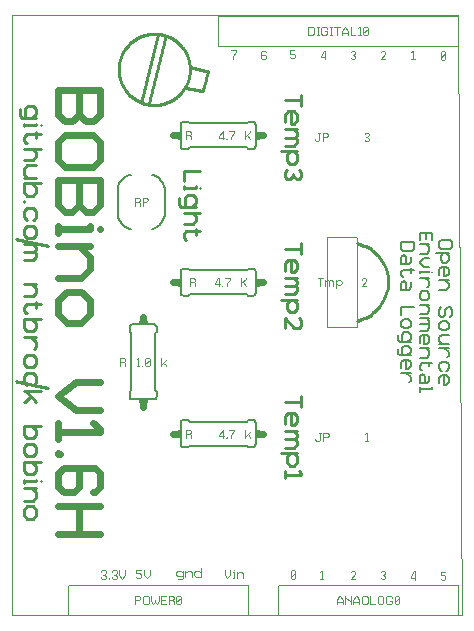
<source format=gto>
G75*
G71*
%OFA0B0*%
%FSLAX23Y23*%
%IPPOS*%
%LPD*%
%ADD10C,0.1*%
%ADD11C,0.111*%
%ADD12C,0.05*%
%ADD13C,0.203*%
%ADD14C,0.61*%
%ADD15C,0.152*%
%ADD16C,0*%
%ADD17C,0.588*%
%ADD18C,0.176*%
%ADD19C,0.235*%
%ADD20C,0.25*%
%ADD21C,0.118*%
%LPD*%D10*
X0Y0D02*
X0Y100D01*
X0Y200D01*
X0Y300D01*
X0Y400D01*
X0Y500D01*
X0Y600D01*
X0Y700D01*
X0Y800D01*
X0Y900D01*
X0Y1000D01*
X0Y1100D01*
X0Y1200D01*
X0Y1300D01*
X0Y1400D01*
X0Y1500D01*
X0Y1600D01*
X0Y1700D01*
X0Y1800D01*
X0Y1900D01*
X0Y2000D01*
X0Y2100D01*
X0Y2200D01*
X0Y2300D01*
X0Y2400D01*
X0Y2500D01*
X0Y2600D01*
X0Y2700D01*
X0Y2800D01*
X0Y2900D01*
X0Y3000D01*
X0Y3100D01*
X0Y3200D01*
X0Y3300D01*
X0Y3400D01*
X0Y3500D01*
X0Y3600D01*
X0Y3700D01*
X0Y3800D01*
X0Y3900D01*
X0Y4000D01*
X0Y4100D01*
X0Y4200D01*
X0Y4300D01*
X0Y4400D01*
X0Y4500D01*
X0Y4600D01*
X0Y4700D01*
X0Y4800D01*
X0Y4900D01*
X0Y5000D01*
X0Y5100D01*
X0Y5200D01*
X0Y5300D01*
X0Y5400D01*
X0Y5500D01*
X0Y5600D01*
X0Y5700D01*
X0Y5800D01*
X0Y5900D01*
X0Y6000D01*
X0Y6100D01*
X0Y6200D01*
X0Y6300D01*
X0Y6400D01*
X0Y6500D01*
X0Y6600D01*
X0Y6700D01*
X0Y6800D01*
X0Y6900D01*
X0Y7000D01*
X0Y7100D01*
X0Y7200D01*
X0Y7300D01*
X0Y7400D01*
X0Y7500D01*
X0Y7600D01*
X0Y7700D01*
X0Y7800D01*
X0Y7900D01*
X0Y8000D01*
X0Y8100D01*
X0Y8200D01*
X0Y8300D01*
X0Y8400D01*
X0Y8500D01*
X0Y8600D01*
X0Y8700D01*
X0Y8800D01*
X0Y8900D01*
X0Y9000D01*
X0Y9100D01*
X0Y9200D01*
X0Y9300D01*
X0Y9400D01*
X0Y9500D01*
X0Y9600D01*
X0Y9700D01*
X0Y9800D01*
X0Y9900D01*
X0Y10000D01*
X0Y10100D01*
X0Y10200D01*
X0Y10300D01*
X0Y10400D01*
X0Y10500D01*
X0Y10600D01*
X0Y10700D01*
X0Y10800D01*
X0Y10900D01*
X0Y11000D01*
X0Y11100D01*
X0Y11200D01*
X0Y11300D01*
X0Y11400D01*
X0Y11500D01*
X0Y11600D01*
X0Y11700D01*
X0Y11800D01*
X0Y11900D01*
X0Y12000D01*
X0Y12100D01*
X0Y12200D01*
X0Y12300D01*
X0Y12400D01*
X0Y12500D01*
X0Y12600D01*
X0Y12700D01*
X0Y12800D01*
X0Y12900D01*
X0Y13000D01*
X0Y13100D01*
X0Y13200D01*
X0Y13300D01*
X0Y13400D01*
X0Y13500D01*
X0Y13600D01*
X0Y13700D01*
X0Y13800D01*
X0Y13900D01*
X0Y14000D01*
X0Y14100D01*
X0Y14200D01*
X0Y14300D01*
X0Y14400D01*
X0Y14500D01*
X0Y14600D01*
X0Y14700D01*
X0Y14800D01*
X0Y14900D01*
X0Y15000D01*
X0Y15100D01*
X0Y15200D01*
X0Y15300D01*
X0Y15400D01*
X0Y15500D01*
X0Y15600D01*
X0Y15700D01*
X0Y15800D01*
X0Y15900D01*
X0Y16000D01*
X0Y16100D01*
X0Y16200D01*
X0Y16300D01*
X0Y16400D01*
X0Y16500D01*
X0Y16600D01*
X0Y16700D01*
X0Y16800D01*
X0Y16900D01*
X0Y17000D01*
X0Y17100D01*
X0Y17200D01*
X0Y17300D01*
X0Y17400D01*
X0Y17500D01*
X0Y17600D01*
X0Y17700D01*
X0Y17800D01*
X0Y17900D01*
X0Y18000D01*
X0Y18100D01*
X0Y18200D01*
X0Y18300D01*
X0Y18400D01*
X0Y18500D01*
X0Y18600D01*
X0Y18700D01*
X0Y18800D01*
X0Y18900D01*
X0Y19000D01*
X0Y19100D01*
X0Y19200D01*
X0Y19300D01*
X0Y19400D01*
X0Y19500D01*
X0Y19600D01*
X0Y19700D01*
X0Y19800D01*
X0Y19900D01*
X0Y20000D01*
X0Y20100D01*
X0Y20200D01*
X0Y20300D01*
X0Y20400D01*
X0Y20500D01*
X0Y20600D01*
X0Y20700D01*
X0Y20800D01*
X0Y20900D01*
X0Y21000D01*
X0Y21100D01*
X0Y21200D01*
X0Y21300D01*
X0Y21400D01*
X0Y21500D01*
X0Y21600D01*
X0Y21700D01*
X0Y21800D01*
X0Y21900D01*
X0Y22000D01*
X0Y22100D01*
X0Y22200D01*
X0Y22300D01*
X0Y22400D01*
X0Y22500D01*
X0Y22600D01*
X0Y22700D01*
X0Y22800D01*
X0Y22900D01*
X0Y23000D01*
X0Y23100D01*
X0Y23200D01*
X0Y23300D01*
X0Y23400D01*
X0Y23500D01*
X0Y23600D01*
X0Y23700D01*
X0Y23800D01*
X0Y23900D01*
X0Y24000D01*
X0Y24100D01*
X0Y24200D01*
X0Y24300D01*
X0Y24400D01*
X0Y24500D01*
X0Y24600D01*
X0Y24700D01*
X0Y24800D01*
X0Y24900D01*
X0Y25000D01*
X0Y25100D01*
X0Y25200D01*
X0Y25300D01*
X0Y25400D01*
X0Y25500D01*
X0Y25600D01*
X0Y25700D01*
X0Y25800D01*
X0Y25900D01*
X0Y26000D01*
X0Y26100D01*
X0Y26200D01*
X0Y26300D01*
X0Y26400D01*
X0Y26500D01*
X0Y26600D01*
X0Y26700D01*
X0Y26800D01*
X0Y26900D01*
X0Y27000D01*
X0Y27100D01*
X0Y27200D01*
X0Y27300D01*
X0Y27400D01*
X0Y27500D01*
X0Y27600D01*
X0Y27700D01*
X0Y27800D01*
X0Y27900D01*
X0Y28000D01*
X0Y28100D01*
X0Y28200D01*
X0Y28300D01*
X0Y28400D01*
X0Y28500D01*
X0Y28600D01*
X0Y28700D01*
X0Y28800D01*
X0Y28900D01*
X0Y29000D01*
X0Y29100D01*
X0Y29200D01*
X0Y29300D01*
X0Y29400D01*
X0Y29500D01*
X0Y29600D01*
X0Y29700D01*
X0Y29800D01*
X0Y29900D01*
X0Y30000D01*
X0Y30100D01*
X0Y30200D01*
X0Y30300D01*
X0Y30400D01*
X0Y30500D01*
X0Y30600D01*
X0Y30700D01*
X0Y30800D01*
X0Y30900D01*
X0Y31000D01*
X0Y31100D01*
X0Y31200D01*
X0Y31300D01*
X0Y31400D01*
X0Y31500D01*
X0Y31600D01*
X0Y31700D01*
X0Y31800D01*
X0Y31900D01*
X0Y32000D01*
X0Y32100D01*
X0Y32200D01*
X0Y32300D01*
X0Y32400D01*
X0Y32500D01*
X0Y32600D01*
X0Y32700D01*
X0Y32800D01*
X0Y32900D01*
X0Y33000D01*
X0Y33100D01*
X0Y33200D01*
X0Y33300D01*
X0Y33400D01*
X0Y33500D01*
X0Y33600D01*
X0Y33700D01*
X0Y33800D01*
X0Y33900D01*
X0Y34000D01*
X0Y34100D01*
X0Y34200D01*
X0Y34300D01*
X0Y34400D01*
X0Y34500D01*
X0Y34600D01*
X0Y34700D01*
X0Y34800D01*
X0Y34900D01*
X0Y35000D01*
X0Y35100D01*
X0Y35200D01*
X0Y35300D01*
X0Y35400D01*
X0Y35500D01*
X0Y35600D01*
X0Y35700D01*
X0Y35800D01*
X0Y35900D01*
X0Y36000D01*
X0Y36100D01*
X0Y36200D01*
X0Y36300D01*
X0Y36400D01*
X0Y36500D01*
X0Y36600D01*
X0Y36700D01*
X0Y36800D01*
X0Y36900D01*
X0Y37000D01*
X0Y37100D01*
X0Y37200D01*
X0Y37300D01*
X0Y37400D01*
X0Y37500D01*
X0Y37600D01*
X0Y37700D01*
X0Y37800D01*
X0Y37900D01*
X0Y38000D01*
X0Y38100D01*
X0Y38200D01*
X0Y38300D01*
X0Y38400D01*
X0Y38500D01*
X0Y38600D01*
X0Y38700D01*
X0Y38800D01*
X0Y38900D01*
X0Y39000D01*
X0Y39100D01*
X0Y39200D01*
X0Y39300D01*
X0Y39400D01*
X0Y39500D01*
X0Y39600D01*
X0Y39700D01*
X0Y39800D01*
X0Y39900D01*
X0Y40000D01*
X0Y40100D01*
X0Y40200D01*
X0Y40300D01*
X0Y40400D01*
X0Y40500D01*
X0Y40600D01*
X0Y40700D01*
X0Y40800D01*
X0Y40900D01*
X0Y41000D01*
X0Y41100D01*
X0Y41200D01*
X0Y41300D01*
X0Y41400D01*
X0Y41500D01*
X0Y41600D01*
X0Y41700D01*
X0Y41800D01*
X0Y41900D01*
X0Y42000D01*
X0Y42100D01*
X0Y42200D01*
X0Y42300D01*
X0Y42400D01*
X0Y42500D01*
X0Y42600D01*
X0Y42700D01*
X0Y42800D01*
X0Y42900D01*
X0Y43000D01*
X0Y43100D01*
X0Y43200D01*
X0Y43300D01*
X0Y43400D01*
X0Y43500D01*
X0Y43600D01*
X0Y43700D01*
X0Y43800D01*
X0Y43900D01*
X0Y44000D01*
X0Y44100D01*
X0Y44200D01*
X0Y44300D01*
X0Y44400D01*
X0Y44500D01*
X0Y44600D01*
X0Y44700D01*
X0Y44800D01*
X0Y44900D01*
X0Y45000D01*
X0Y45100D01*
X0Y45200D01*
X0Y45300D01*
X0Y45400D01*
X0Y45500D01*
X0Y45600D01*
X0Y45700D01*
X0Y45800D01*
X0Y45900D01*
X0Y46000D01*
X0Y46100D01*
X0Y46200D01*
X0Y46300D01*
X0Y46400D01*
X0Y46500D01*
X0Y46600D01*
X0Y46700D01*
X0Y46800D01*
X0Y46900D01*
X0Y47000D01*
X0Y47100D01*
X0Y47200D01*
X0Y47300D01*
X0Y47400D01*
X0Y47500D01*
X0Y47600D01*
X0Y47700D01*
X0Y47800D01*
X0Y47900D01*
X0Y48000D01*
X0Y48100D01*
X0Y48200D01*
X0Y48300D01*
X0Y48400D01*
X0Y48500D01*
X0Y48600D01*
X0Y48700D01*
X0Y48800D01*
X0Y48900D01*
X0Y49000D01*
X0Y49100D01*
X0Y49200D01*
X0Y49300D01*
X0Y49400D01*
X0Y49500D01*
X0Y49600D01*
X0Y49700D01*
X0Y49800D01*
X0Y49900D01*
X0Y50000D01*
X0Y50100D01*
X0Y50200D01*
X0Y50300D01*
X0Y50400D01*
X0Y50500D01*
X0Y50600D01*
X0Y50700D01*
X0Y50800D01*
X100Y50800D01*
X200Y50800D01*
X300Y50800D01*
X400Y50800D01*
X500Y50800D01*
X600Y50800D01*
X699Y50800D01*
X799Y50800D01*
X899Y50800D01*
X999Y50800D01*
X1099Y50800D01*
X1199Y50800D01*
X1299Y50800D01*
X1399Y50800D01*
X1499Y50800D01*
X1599Y50800D01*
X1699Y50800D01*
X1799Y50800D01*
X1899Y50800D01*
X1999Y50800D01*
X2098Y50800D01*
X2198Y50800D01*
X2298Y50800D01*
X2398Y50800D01*
X2498Y50800D01*
X2598Y50800D01*
X2698Y50800D01*
X2798Y50800D01*
X2898Y50800D01*
X2998Y50800D01*
X3098Y50800D01*
X3198Y50800D01*
X3298Y50800D01*
X3397Y50800D01*
X3497Y50800D01*
X3597Y50800D01*
X3697Y50800D01*
X3797Y50800D01*
X3897Y50800D01*
X3997Y50800D01*
X4097Y50800D01*
X4197Y50800D01*
X4297Y50800D01*
X4397Y50800D01*
X4497Y50800D01*
X4597Y50800D01*
X4696Y50800D01*
X4796Y50800D01*
X4896Y50800D01*
X4996Y50800D01*
X5096Y50800D01*
X5196Y50800D01*
X5296Y50800D01*
X5396Y50800D01*
X5496Y50800D01*
X5596Y50800D01*
X5696Y50800D01*
X5796Y50800D01*
X5896Y50800D01*
X5995Y50800D01*
X6095Y50800D01*
X6195Y50800D01*
X6295Y50800D01*
X6395Y50800D01*
X6495Y50800D01*
X6595Y50800D01*
X6695Y50800D01*
X6795Y50800D01*
X6895Y50800D01*
X6995Y50800D01*
X7095Y50800D01*
X7195Y50800D01*
X7295Y50800D01*
X7394Y50800D01*
X7494Y50800D01*
X7594Y50800D01*
X7694Y50800D01*
X7794Y50800D01*
X7894Y50800D01*
X7994Y50800D01*
X8094Y50800D01*
X8194Y50800D01*
X8294Y50800D01*
X8394Y50800D01*
X8494Y50800D01*
X8594Y50800D01*
X8693Y50800D01*
X8793Y50800D01*
X8893Y50800D01*
X8993Y50800D01*
X9093Y50800D01*
X9193Y50800D01*
X9293Y50800D01*
X9393Y50800D01*
X9493Y50800D01*
X9593Y50800D01*
X9693Y50800D01*
X9793Y50800D01*
X9893Y50800D01*
X9992Y50800D01*
X10092Y50800D01*
X10192Y50800D01*
X10292Y50800D01*
X10392Y50800D01*
X10492Y50800D01*
X10592Y50800D01*
X10692Y50800D01*
X10792Y50800D01*
X10892Y50800D01*
X10992Y50800D01*
X11092Y50800D01*
X11192Y50800D01*
X11292Y50800D01*
X11391Y50800D01*
X11491Y50800D01*
X11591Y50800D01*
X11691Y50800D01*
X11791Y50800D01*
X11891Y50800D01*
X11991Y50800D01*
X12091Y50800D01*
X12191Y50800D01*
X12291Y50800D01*
X12391Y50800D01*
X12491Y50800D01*
X12591Y50800D01*
X12690Y50800D01*
X12790Y50800D01*
X12890Y50800D01*
X12990Y50800D01*
X13090Y50800D01*
X13190Y50800D01*
X13290Y50800D01*
X13390Y50800D01*
X13490Y50800D01*
X13590Y50800D01*
X13690Y50800D01*
X13790Y50800D01*
X13890Y50800D01*
X13989Y50800D01*
X14089Y50800D01*
X14189Y50800D01*
X14289Y50800D01*
X14389Y50800D01*
X14489Y50800D01*
X14589Y50800D01*
X14689Y50800D01*
X14789Y50800D01*
X14889Y50800D01*
X14989Y50800D01*
X15089Y50800D01*
X15189Y50800D01*
X15289Y50800D01*
X15388Y50800D01*
X15488Y50800D01*
X15588Y50800D01*
X15688Y50800D01*
X15788Y50800D01*
X15888Y50800D01*
X15988Y50800D01*
X16088Y50800D01*
X16188Y50800D01*
X16288Y50800D01*
X16388Y50800D01*
X16488Y50800D01*
X16588Y50800D01*
X16687Y50800D01*
X16787Y50800D01*
X16887Y50800D01*
X16987Y50800D01*
X17087Y50800D01*
X17187Y50800D01*
X17287Y50800D01*
X17387Y50800D01*
X17487Y50800D01*
X17587Y50800D01*
X17687Y50800D01*
X17787Y50800D01*
X17887Y50800D01*
X17987Y50800D01*
X18086Y50800D01*
X18186Y50800D01*
X18286Y50800D01*
X18386Y50800D01*
X18486Y50800D01*
X18586Y50800D01*
X18686Y50800D01*
X18786Y50800D01*
X18886Y50800D01*
X18986Y50800D01*
X19086Y50800D01*
X19186Y50800D01*
X19286Y50800D01*
X19385Y50800D01*
X19485Y50800D01*
X19585Y50800D01*
X19685Y50800D01*
X19785Y50800D01*
X19885Y50800D01*
X19985Y50800D01*
X20085Y50800D01*
X20185Y50800D01*
X20285Y50800D01*
X20385Y50800D01*
X20485Y50800D01*
X20585Y50800D01*
X20684Y50800D01*
X20784Y50800D01*
X20884Y50800D01*
X20984Y50800D01*
X21084Y50800D01*
X21184Y50800D01*
X21284Y50800D01*
X21384Y50800D01*
X21484Y50800D01*
X21584Y50800D01*
X21684Y50800D01*
X21784Y50800D01*
X21884Y50800D01*
X21984Y50800D01*
X22083Y50800D01*
X22183Y50800D01*
X22283Y50800D01*
X22383Y50800D01*
X22483Y50800D01*
X22583Y50800D01*
X22683Y50800D01*
X22783Y50800D01*
X22883Y50800D01*
X22983Y50800D01*
X23083Y50800D01*
X23183Y50800D01*
X23283Y50800D01*
X23382Y50800D01*
X23482Y50800D01*
X23582Y50800D01*
X23682Y50800D01*
X23782Y50800D01*
X23882Y50800D01*
X23982Y50800D01*
X24082Y50800D01*
X24182Y50800D01*
X24282Y50800D01*
X24382Y50800D01*
X24482Y50800D01*
X24582Y50800D01*
X24682Y50800D01*
X24781Y50800D01*
X24881Y50800D01*
X24981Y50800D01*
X25081Y50800D01*
X25181Y50800D01*
X25281Y50800D01*
X25381Y50800D01*
X25481Y50800D01*
X25581Y50800D01*
X25681Y50800D01*
X25781Y50800D01*
X25881Y50800D01*
X25981Y50800D01*
X26080Y50800D01*
X26180Y50800D01*
X26280Y50800D01*
X26380Y50800D01*
X26480Y50800D01*
X26580Y50800D01*
X26680Y50800D01*
X26780Y50800D01*
X26880Y50800D01*
X26980Y50800D01*
X27080Y50800D01*
X27180Y50800D01*
X27280Y50800D01*
X27379Y50800D01*
X27479Y50800D01*
X27579Y50800D01*
X27679Y50800D01*
X27779Y50800D01*
X27879Y50800D01*
X27979Y50800D01*
X28079Y50800D01*
X28179Y50800D01*
X28279Y50800D01*
X28379Y50800D01*
X28479Y50800D01*
X28579Y50800D01*
X28679Y50800D01*
X28778Y50800D01*
X28878Y50800D01*
X28978Y50800D01*
X29078Y50800D01*
X29178Y50800D01*
X29278Y50800D01*
X29378Y50800D01*
X29478Y50800D01*
X29578Y50800D01*
X29678Y50800D01*
X29778Y50800D01*
X29878Y50800D01*
X29978Y50800D01*
X30077Y50800D01*
X30177Y50800D01*
X30277Y50800D01*
X30377Y50800D01*
X30477Y50800D01*
X30577Y50800D01*
X30677Y50800D01*
X30777Y50800D01*
X30877Y50800D01*
X30977Y50800D01*
X31077Y50800D01*
X31177Y50800D01*
X31277Y50800D01*
X31377Y50800D01*
X31476Y50800D01*
X31576Y50800D01*
X31676Y50800D01*
X31776Y50800D01*
X31876Y50800D01*
X31976Y50800D01*
X32076Y50800D01*
X32176Y50800D01*
X32276Y50800D01*
X32376Y50800D01*
X32476Y50800D01*
X32576Y50800D01*
X32676Y50800D01*
X32775Y50800D01*
X32875Y50800D01*
X32975Y50800D01*
X33075Y50800D01*
X33175Y50800D01*
X33275Y50800D01*
X33375Y50800D01*
X33475Y50800D01*
X33575Y50800D01*
X33675Y50800D01*
X33775Y50800D01*
X33875Y50800D01*
X33975Y50800D01*
X34075Y50800D01*
X34174Y50800D01*
X34274Y50800D01*
X34374Y50800D01*
X34474Y50800D01*
X34574Y50800D01*
X34674Y50800D01*
X34774Y50800D01*
X34874Y50800D01*
X34974Y50800D01*
X35074Y50800D01*
X35174Y50800D01*
X35274Y50800D01*
X35374Y50800D01*
X35473Y50800D01*
X35573Y50800D01*
X35673Y50800D01*
X35773Y50800D01*
X35873Y50800D01*
X35973Y50800D01*
X36073Y50800D01*
X36173Y50800D01*
X36273Y50800D01*
X36373Y50800D01*
X36473Y50800D01*
X36573Y50800D01*
X36673Y50800D01*
X36773Y50800D01*
X36872Y50800D01*
X36972Y50800D01*
X37072Y50800D01*
X37172Y50800D01*
X37272Y50800D01*
X37372Y50800D01*
X37472Y50800D01*
X37572Y50800D01*
X37672Y50800D01*
X37772Y50800D01*
X37772Y50700D01*
X37773Y50600D01*
X37774Y50501D01*
X37774Y50401D01*
X37775Y50301D01*
X37776Y50201D01*
X37776Y50101D01*
X37777Y50002D01*
X37778Y49902D01*
X37778Y49802D01*
X37779Y49702D01*
X37780Y49602D01*
X37780Y49503D01*
X37781Y49403D01*
X37782Y49303D01*
X37782Y49203D01*
X37783Y49103D01*
X37783Y49004D01*
X37784Y48904D01*
X37785Y48804D01*
X37785Y48704D01*
X37786Y48604D01*
X37787Y48505D01*
X37787Y48405D01*
X37788Y48305D01*
X37789Y48205D01*
X37789Y48105D01*
X37790Y48006D01*
X37791Y47906D01*
X37791Y47806D01*
X37792Y47706D01*
X37792Y47606D01*
X37793Y47507D01*
X37794Y47407D01*
X37794Y47307D01*
X37795Y47207D01*
X37796Y47107D01*
X37796Y47007D01*
X37797Y46908D01*
X37798Y46808D01*
X37798Y46708D01*
X37799Y46608D01*
X37800Y46508D01*
X37800Y46409D01*
X37801Y46309D01*
X37801Y46209D01*
X37802Y46109D01*
X37803Y46009D01*
X37803Y45910D01*
X37804Y45810D01*
X37805Y45710D01*
X37805Y45610D01*
X37806Y45510D01*
X37807Y45411D01*
X37807Y45311D01*
X37808Y45211D01*
X37809Y45111D01*
X37809Y45011D01*
X37810Y44912D01*
X37811Y44812D01*
X37811Y44712D01*
X37812Y44612D01*
X37812Y44512D01*
X37813Y44413D01*
X37814Y44313D01*
X37814Y44213D01*
X37815Y44113D01*
X37816Y44013D01*
X37816Y43914D01*
X37817Y43814D01*
X37818Y43714D01*
X37818Y43614D01*
X37819Y43514D01*
X37820Y43415D01*
X37820Y43315D01*
X37821Y43215D01*
X37821Y43115D01*
X37822Y43015D01*
X37823Y42916D01*
X37823Y42816D01*
X37824Y42716D01*
X37825Y42616D01*
X37825Y42516D01*
X37826Y42417D01*
X37827Y42317D01*
X37827Y42217D01*
X37828Y42117D01*
X37829Y42017D01*
X37829Y41918D01*
X37830Y41818D01*
X37831Y41718D01*
X37831Y41618D01*
X37832Y41518D01*
X37832Y41419D01*
X37833Y41319D01*
X37834Y41219D01*
X37834Y41119D01*
X37835Y41019D01*
X37836Y40920D01*
X37836Y40820D01*
X37837Y40720D01*
X37838Y40620D01*
X37838Y40520D01*
X37839Y40420D01*
X37840Y40321D01*
X37840Y40221D01*
X37841Y40121D01*
X37841Y40021D01*
X37842Y39921D01*
X37843Y39822D01*
X37843Y39722D01*
X37844Y39622D01*
X37845Y39522D01*
X37845Y39422D01*
X37846Y39323D01*
X37847Y39223D01*
X37847Y39123D01*
X37848Y39023D01*
X37849Y38923D01*
X37849Y38824D01*
X37850Y38724D01*
X37850Y38624D01*
X37851Y38524D01*
X37852Y38424D01*
X37852Y38325D01*
X37853Y38225D01*
X37854Y38125D01*
X37854Y38025D01*
X37855Y37925D01*
X37856Y37826D01*
X37856Y37726D01*
X37857Y37626D01*
X37858Y37526D01*
X37858Y37426D01*
X37859Y37327D01*
X37860Y37227D01*
X37860Y37127D01*
X37861Y37027D01*
X37861Y36927D01*
X37862Y36828D01*
X37863Y36728D01*
X37863Y36628D01*
X37864Y36528D01*
X37865Y36428D01*
X37865Y36329D01*
X37866Y36229D01*
X37867Y36129D01*
X37867Y36029D01*
X37868Y35929D01*
X37869Y35830D01*
X37869Y35730D01*
X37870Y35630D01*
X37870Y35530D01*
X37871Y35430D01*
X37872Y35331D01*
X37872Y35231D01*
X37873Y35131D01*
X37874Y35031D01*
X37874Y34931D01*
X37875Y34832D01*
X37876Y34732D01*
X37876Y34632D01*
X37877Y34532D01*
X37878Y34432D01*
X37878Y34332D01*
X37879Y34233D01*
X37880Y34133D01*
X37880Y34033D01*
X37881Y33933D01*
X37881Y33833D01*
X37882Y33734D01*
X37883Y33634D01*
X37883Y33534D01*
X37884Y33434D01*
X37885Y33334D01*
X37885Y33235D01*
X37886Y33135D01*
X37887Y33035D01*
X37887Y32935D01*
X37888Y32835D01*
X37889Y32736D01*
X37889Y32636D01*
X37890Y32536D01*
X37890Y32436D01*
X37891Y32336D01*
X37892Y32237D01*
X37892Y32137D01*
X37893Y32037D01*
X37894Y31937D01*
X37894Y31837D01*
X37895Y31738D01*
X37896Y31638D01*
X37896Y31538D01*
X37897Y31438D01*
X37898Y31338D01*
X37898Y31239D01*
X37899Y31139D01*
X37899Y31039D01*
X37900Y30939D01*
X37901Y30839D01*
X37901Y30740D01*
X37902Y30640D01*
X37903Y30540D01*
X37903Y30440D01*
X37904Y30340D01*
X37905Y30241D01*
X37905Y30141D01*
X37906Y30041D01*
X37907Y29941D01*
X37907Y29841D01*
X37908Y29742D01*
X37909Y29642D01*
X37909Y29542D01*
X37910Y29442D01*
X37910Y29342D01*
X37911Y29243D01*
X37912Y29143D01*
X37912Y29043D01*
X37913Y28943D01*
X37914Y28843D01*
X37914Y28744D01*
X37915Y28644D01*
X37916Y28544D01*
X37916Y28444D01*
X37917Y28344D01*
X37918Y28245D01*
X37918Y28145D01*
X37919Y28045D01*
X37919Y27945D01*
X37920Y27845D01*
X37921Y27745D01*
X37921Y27646D01*
X37922Y27546D01*
X37923Y27446D01*
X37923Y27346D01*
X37924Y27246D01*
X37925Y27147D01*
X37925Y27047D01*
X37926Y26947D01*
X37927Y26847D01*
X37927Y26747D01*
X37928Y26648D01*
X37929Y26548D01*
X37929Y26448D01*
X37930Y26348D01*
X37930Y26248D01*
X37931Y26149D01*
X37932Y26049D01*
X37932Y25949D01*
X37933Y25849D01*
X37934Y25749D01*
X37934Y25650D01*
X37935Y25550D01*
X37936Y25450D01*
X37936Y25350D01*
X37937Y25250D01*
X37938Y25151D01*
X37938Y25051D01*
X37939Y24951D01*
X37939Y24851D01*
X37940Y24751D01*
X37941Y24652D01*
X37941Y24552D01*
X37942Y24452D01*
X37943Y24352D01*
X37943Y24252D01*
X37944Y24153D01*
X37945Y24053D01*
X37945Y23953D01*
X37946Y23853D01*
X37947Y23753D01*
X37947Y23654D01*
X37948Y23554D01*
X37948Y23454D01*
X37949Y23354D01*
X37950Y23254D01*
X37950Y23155D01*
X37951Y23055D01*
X37952Y22955D01*
X37952Y22855D01*
X37953Y22755D01*
X37954Y22656D01*
X37954Y22556D01*
X37955Y22456D01*
X37956Y22356D01*
X37956Y22256D01*
X37957Y22157D01*
X37958Y22057D01*
X37958Y21957D01*
X37959Y21857D01*
X37959Y21757D01*
X37960Y21657D01*
X37961Y21558D01*
X37961Y21458D01*
X37962Y21358D01*
X37963Y21258D01*
X37963Y21158D01*
X37964Y21059D01*
X37965Y20959D01*
X37965Y20859D01*
X37966Y20759D01*
X37967Y20659D01*
X37967Y20560D01*
X37968Y20460D01*
X37968Y20360D01*
X37969Y20260D01*
X37970Y20160D01*
X37970Y20061D01*
X37971Y19961D01*
X37972Y19861D01*
X37972Y19761D01*
X37973Y19661D01*
X37974Y19562D01*
X37974Y19462D01*
X37975Y19362D01*
X37976Y19262D01*
X37976Y19162D01*
X37977Y19063D01*
X37978Y18963D01*
X37978Y18863D01*
X37979Y18763D01*
X37979Y18663D01*
X37980Y18564D01*
X37981Y18464D01*
X37981Y18364D01*
X37982Y18264D01*
X37983Y18164D01*
X37983Y18065D01*
X37984Y17965D01*
X37985Y17865D01*
X37985Y17765D01*
X37986Y17665D01*
X37987Y17566D01*
X37987Y17466D01*
X37988Y17366D01*
X37988Y17266D01*
X37989Y17166D01*
X37990Y17067D01*
X37990Y16967D01*
X37991Y16867D01*
X37992Y16767D01*
X37992Y16667D01*
X37993Y16568D01*
X37994Y16468D01*
X37994Y16368D01*
X37995Y16268D01*
X37996Y16168D01*
X37996Y16068D01*
X37997Y15969D01*
X37997Y15869D01*
X37998Y15769D01*
X37999Y15669D01*
X37999Y15569D01*
X38000Y15470D01*
X38001Y15370D01*
X38001Y15270D01*
X38002Y15170D01*
X38003Y15070D01*
X38003Y14971D01*
X38004Y14871D01*
X38005Y14771D01*
X38005Y14671D01*
X38006Y14571D01*
X38007Y14472D01*
X38007Y14372D01*
X38008Y14272D01*
X38008Y14172D01*
X38009Y14072D01*
X38010Y13973D01*
X38010Y13873D01*
X38011Y13773D01*
X38012Y13673D01*
X38012Y13573D01*
X38013Y13474D01*
X38014Y13374D01*
X38014Y13274D01*
X38015Y13174D01*
X38016Y13074D01*
X38016Y12975D01*
X38017Y12875D01*
X38017Y12775D01*
X38018Y12675D01*
X38019Y12575D01*
X38019Y12476D01*
X38020Y12376D01*
X38021Y12276D01*
X38021Y12176D01*
X38022Y12076D01*
X38023Y11977D01*
X38023Y11877D01*
X38024Y11777D01*
X38025Y11677D01*
X38025Y11577D01*
X38026Y11478D01*
X38027Y11378D01*
X38027Y11278D01*
X38028Y11178D01*
X38028Y11078D01*
X38029Y10979D01*
X38030Y10879D01*
X38030Y10779D01*
X38031Y10679D01*
X38032Y10579D01*
X38032Y10479D01*
X38033Y10380D01*
X38034Y10280D01*
X38034Y10180D01*
X38035Y10080D01*
X38036Y9980D01*
X38036Y9881D01*
X38037Y9781D01*
X38037Y9681D01*
X38038Y9581D01*
X38039Y9481D01*
X38039Y9382D01*
X38040Y9282D01*
X38041Y9182D01*
X38041Y9082D01*
X38042Y8982D01*
X38043Y8883D01*
X38043Y8783D01*
X38044Y8683D01*
X38045Y8583D01*
X38045Y8483D01*
X38046Y8384D01*
X38046Y8284D01*
X38047Y8184D01*
X38048Y8084D01*
X38048Y7984D01*
X38049Y7885D01*
X38050Y7785D01*
X38050Y7685D01*
X38051Y7585D01*
X38052Y7485D01*
X38052Y7386D01*
X38053Y7286D01*
X38054Y7186D01*
X38054Y7086D01*
X38055Y6986D01*
X38056Y6887D01*
X38056Y6787D01*
X38057Y6687D01*
X38057Y6587D01*
X38058Y6487D01*
X38059Y6388D01*
X38059Y6288D01*
X38060Y6188D01*
X38061Y6088D01*
X38061Y5988D01*
X38062Y5889D01*
X38063Y5789D01*
X38063Y5689D01*
X38064Y5589D01*
X38065Y5489D01*
X38065Y5389D01*
X38066Y5290D01*
X38066Y5190D01*
X38067Y5090D01*
X38068Y4990D01*
X38068Y4890D01*
X38069Y4791D01*
X38070Y4691D01*
X38070Y4591D01*
X38071Y4491D01*
X38072Y4391D01*
X38072Y4292D01*
X38073Y4192D01*
X38074Y4092D01*
X38074Y3992D01*
X38075Y3892D01*
X38076Y3793D01*
X38076Y3693D01*
X38077Y3593D01*
X38077Y3493D01*
X38078Y3393D01*
X38079Y3294D01*
X38079Y3194D01*
X38080Y3094D01*
X38081Y2994D01*
X38081Y2894D01*
X38082Y2795D01*
X38083Y2695D01*
X38083Y2595D01*
X38084Y2495D01*
X38085Y2395D01*
X38085Y2296D01*
X38086Y2196D01*
X38086Y2096D01*
X38087Y1996D01*
X38088Y1896D01*
X38088Y1797D01*
X38089Y1697D01*
X38090Y1597D01*
X38090Y1497D01*
X38091Y1397D01*
X38092Y1298D01*
X38092Y1198D01*
X38093Y1098D01*
X38094Y998D01*
X38094Y898D01*
X38095Y798D01*
X38095Y699D01*
X38096Y599D01*
X38097Y499D01*
X38097Y399D01*
X38098Y299D01*
X38099Y200D01*
X38099Y100D01*
X38100Y0D01*
X38000Y0D01*
X37900Y0D01*
X37800Y0D01*
X37700Y0D01*
X37600Y0D01*
X37500Y0D01*
X37400Y0D01*
X37300Y0D01*
X37200Y0D01*
X37100Y0D01*
X37000Y0D01*
X36900Y0D01*
X36800Y0D01*
X36700Y0D01*
X36600Y0D01*
X36500Y0D01*
X36400Y0D01*
X36300Y0D01*
X36200Y0D01*
X36100Y0D01*
X36000Y0D01*
X35900Y0D01*
X35800Y0D01*
X35700Y0D01*
X35600Y0D01*
X35500Y0D01*
X35400Y0D01*
X35300Y0D01*
X35200Y0D01*
X35100Y0D01*
X35000Y0D01*
X34900Y0D01*
X34800Y0D01*
X34700Y0D01*
X34600Y0D01*
X34500Y0D01*
X34400Y0D01*
X34300Y0D01*
X34200Y0D01*
X34100Y0D01*
X34000Y0D01*
X33900Y0D01*
X33800Y0D01*
X33700Y0D01*
X33600Y0D01*
X33500Y0D01*
X33400Y0D01*
X33300Y0D01*
X33200Y0D01*
X33100Y0D01*
X33000Y0D01*
X32900Y0D01*
X32800Y0D01*
X32700Y0D01*
X32600Y0D01*
X32500Y0D01*
X32400Y0D01*
X32300Y0D01*
X32200Y0D01*
X32100Y0D01*
X32000Y0D01*
X31900Y0D01*
X31800Y0D01*
X31700Y0D01*
X31600Y0D01*
X31500Y0D01*
X31400Y0D01*
X31300Y0D01*
X31200Y0D01*
X31100Y0D01*
X31000Y0D01*
X30900Y0D01*
X30800Y0D01*
X30700Y0D01*
X30600Y0D01*
X30500Y0D01*
X30400Y0D01*
X30300Y0D01*
X30200Y0D01*
X30100Y0D01*
X30000Y0D01*
X29900Y0D01*
X29800Y0D01*
X29700Y0D01*
X29600Y0D01*
X29500Y0D01*
X29400Y0D01*
X29300Y0D01*
X29200Y0D01*
X29100Y0D01*
X29000Y0D01*
X28900Y0D01*
X28800Y0D01*
X28700Y0D01*
X28600Y0D01*
X28500Y0D01*
X28400Y0D01*
X28300Y0D01*
X28200Y0D01*
X28100Y0D01*
X28000Y0D01*
X27900Y0D01*
X27800Y0D01*
X27700Y0D01*
X27600Y0D01*
X27500Y0D01*
X27400Y0D01*
X27300Y0D01*
X27200Y0D01*
X27100Y0D01*
X27000Y0D01*
X26900Y0D01*
X26800Y0D01*
X26700Y0D01*
X26600Y0D01*
X26500Y0D01*
X26400Y0D01*
X26300Y0D01*
X26200Y0D01*
X26100Y0D01*
X26000Y0D01*
X25900Y0D01*
X25800Y0D01*
X25700Y0D01*
X25600Y0D01*
X25500Y0D01*
X25400Y0D01*
X25300Y0D01*
X25200Y0D01*
X25100Y0D01*
X25000Y0D01*
X24900Y0D01*
X24800Y0D01*
X24700Y0D01*
X24600Y0D01*
X24500Y0D01*
X24400Y0D01*
X24300Y0D01*
X24200Y0D01*
X24100Y0D01*
X24000Y0D01*
X23900Y0D01*
X23800Y0D01*
X23700Y0D01*
X23600Y0D01*
X23500Y0D01*
X23400Y0D01*
X23300Y0D01*
X23200Y0D01*
X23100Y0D01*
X23000Y0D01*
X22900Y0D01*
X22800Y0D01*
X22700Y0D01*
X22600Y0D01*
X22500Y0D01*
X22400Y0D01*
X22300Y0D01*
X22200Y0D01*
X22100Y0D01*
X22000Y0D01*
X21900Y0D01*
X21800Y0D01*
X21700Y0D01*
X21600Y0D01*
X21500Y0D01*
X21400Y0D01*
X21300Y0D01*
X21200Y0D01*
X21100Y0D01*
X21000Y0D01*
X20900Y0D01*
X20800Y0D01*
X20700Y0D01*
X20600Y0D01*
X20500Y0D01*
X20400Y0D01*
X20300Y0D01*
X20200Y0D01*
X20100Y0D01*
X20000Y0D01*
X19900Y0D01*
X19800Y0D01*
X19700Y0D01*
X19600Y0D01*
X19500Y0D01*
X19400Y0D01*
X19300Y0D01*
X19200Y0D01*
X19100Y0D01*
X19000Y0D01*
X18900Y0D01*
X18800Y0D01*
X18700Y0D01*
X18600Y0D01*
X18500Y0D01*
X18400Y0D01*
X18300Y0D01*
X18200Y0D01*
X18100Y0D01*
X18000Y0D01*
X17900Y0D01*
X17800Y0D01*
X17700Y0D01*
X17600Y0D01*
X17500Y0D01*
X17400Y0D01*
X17300Y0D01*
X17200Y0D01*
X17100Y0D01*
X17000Y0D01*
X16900Y0D01*
X16800Y0D01*
X16700Y0D01*
X16600Y0D01*
X16500Y0D01*
X16400Y0D01*
X16300Y0D01*
X16200Y0D01*
X16100Y0D01*
X16000Y0D01*
X15900Y0D01*
X15800Y0D01*
X15700Y0D01*
X15600Y0D01*
X15500Y0D01*
X15400Y0D01*
X15300Y0D01*
X15200Y0D01*
X15100Y0D01*
X15000Y0D01*
X14900Y0D01*
X14800Y0D01*
X14700Y0D01*
X14600Y0D01*
X14500Y0D01*
X14400Y0D01*
X14300Y0D01*
X14200Y0D01*
X14100Y0D01*
X14000Y0D01*
X13900Y0D01*
X13800Y0D01*
X13700Y0D01*
X13600Y0D01*
X13500Y0D01*
X13400Y0D01*
X13300Y0D01*
X13200Y0D01*
X13100Y0D01*
X13000Y0D01*
X12900Y0D01*
X12800Y0D01*
X12700Y0D01*
X12600Y0D01*
X12500Y0D01*
X12400Y0D01*
X12300Y0D01*
X12200Y0D01*
X12100Y0D01*
X12000Y0D01*
X11900Y0D01*
X11800Y0D01*
X11700Y0D01*
X11600Y0D01*
X11500Y0D01*
X11400Y0D01*
X11300Y0D01*
X11200Y0D01*
X11100Y0D01*
X11000Y0D01*
X10900Y0D01*
X10800Y0D01*
X10700Y0D01*
X10600Y0D01*
X10500Y0D01*
X10400Y0D01*
X10300Y0D01*
X10200Y0D01*
X10100Y0D01*
X10000Y0D01*
X9900Y0D01*
X9800Y0D01*
X9700Y0D01*
X9600Y0D01*
X9500Y0D01*
X9400Y0D01*
X9300Y0D01*
X9200Y0D01*
X9100Y0D01*
X9000Y0D01*
X8900Y0D01*
X8800Y0D01*
X8700Y0D01*
X8600Y0D01*
X8500Y0D01*
X8400Y0D01*
X8300Y0D01*
X8200Y0D01*
X8100Y0D01*
X8000Y0D01*
X7900Y0D01*
X7800Y0D01*
X7700Y0D01*
X7600Y0D01*
X7500Y0D01*
X7400Y0D01*
X7300Y0D01*
X7200Y0D01*
X7100Y0D01*
X7000Y0D01*
X6900Y0D01*
X6800Y0D01*
X6700Y0D01*
X6600Y0D01*
X6500Y0D01*
X6400Y0D01*
X6300Y0D01*
X6200Y0D01*
X6100Y0D01*
X6000Y0D01*
X5900Y0D01*
X5800Y0D01*
X5700Y0D01*
X5600Y0D01*
X5500Y0D01*
X5400Y0D01*
X5300Y0D01*
X5200Y0D01*
X5100Y0D01*
X5000Y0D01*
X4900Y0D01*
X4800Y0D01*
X4700Y0D01*
X4600Y0D01*
X4500Y0D01*
X4400Y0D01*
X4300Y0D01*
X4200Y0D01*
X4100Y0D01*
X4000Y0D01*
X3900Y0D01*
X3800Y0D01*
X3700Y0D01*
X3600Y0D01*
X3500Y0D01*
X3400Y0D01*
X3300Y0D01*
X3200Y0D01*
X3100Y0D01*
X3000Y0D01*
X2900Y0D01*
X2800Y0D01*
X2700Y0D01*
X2600Y0D01*
X2500Y0D01*
X2400Y0D01*
X2300Y0D01*
X2200Y0D01*
X2100Y0D01*
X2000Y0D01*
X1900Y0D01*
X1800Y0D01*
X1700Y0D01*
X1600Y0D01*
X1500Y0D01*
X1400Y0D01*
X1300Y0D01*
X1200Y0D01*
X1100Y0D01*
X1000Y0D01*
X900Y0D01*
X800Y0D01*
X700Y0D01*
X600Y0D01*
X500Y0D01*
X400Y0D01*
X300Y0D01*
X200Y0D01*
X100Y0D01*
X0Y0D01*
X0Y0D01*
D11*
X10431Y968D02*
X10431Y1634D01*
X10764Y1634D01*
X10875Y1523D01*
X10875Y1412D01*
X10764Y1301D01*
X10431Y1301D01*
D11*
X11208Y968D02*
X11097Y1079D01*
X11097Y1523D01*
X11208Y1634D01*
X11486Y1634D01*
X11597Y1523D01*
X11597Y1079D01*
X11486Y968D01*
X11208Y968D01*
D11*
X11819Y1634D02*
X11819Y1190D01*
X11986Y968D01*
X12125Y1134D01*
X12264Y968D01*
X12431Y1190D01*
X12431Y1634D01*
D11*
X12125Y1134D02*
X12125Y1301D01*
D11*
X13042Y968D02*
X12653Y968D01*
X12653Y1634D01*
X13042Y1634D01*
D11*
X12986Y1301D02*
X12653Y1301D01*
D11*
X13264Y968D02*
X13264Y1634D01*
X13597Y1634D01*
X13708Y1523D01*
X13708Y1412D01*
X13597Y1301D01*
X13264Y1301D01*
D11*
X13597Y1301D02*
X13708Y1190D01*
X13708Y968D01*
D11*
X14014Y968D02*
X13931Y1051D01*
X13931Y1551D01*
X14014Y1634D01*
X14236Y1634D01*
X14319Y1551D01*
X14319Y1051D01*
X14236Y968D01*
X14014Y968D01*
D11*
X13931Y1134D02*
X14319Y1468D01*
D12*
X4755Y31D02*
X4755Y131D01*
X4755Y231D01*
X4755Y331D01*
X4755Y431D01*
X4755Y530D01*
X4755Y630D01*
X4755Y730D01*
X4755Y830D01*
X4755Y930D01*
X4755Y1030D01*
X4755Y1130D01*
X4755Y1230D01*
X4755Y1330D01*
X4755Y1429D01*
X4755Y1529D01*
X4755Y1629D01*
X4755Y1729D01*
X4755Y1829D01*
X4755Y1929D01*
X4755Y2029D01*
X4755Y2129D01*
X4755Y2229D01*
X4755Y2328D01*
X4755Y2428D01*
X4755Y2528D01*
X4812Y2571D01*
X4912Y2571D01*
X5012Y2571D01*
X5112Y2571D01*
X5212Y2571D01*
X5312Y2571D01*
X5411Y2571D01*
X5511Y2571D01*
X5611Y2571D01*
X5711Y2571D01*
X5811Y2571D01*
X5911Y2571D01*
X6011Y2571D01*
X6111Y2571D01*
X6211Y2571D01*
X6310Y2571D01*
X6410Y2571D01*
X6510Y2571D01*
X6610Y2571D01*
X6710Y2571D01*
X6810Y2571D01*
X6910Y2571D01*
X7010Y2571D01*
X7109Y2571D01*
X7209Y2571D01*
X7309Y2571D01*
X7409Y2571D01*
X7509Y2571D01*
X7609Y2571D01*
X7709Y2571D01*
X7809Y2571D01*
X7909Y2571D01*
X8008Y2571D01*
X8108Y2571D01*
X8208Y2571D01*
X8308Y2571D01*
X8408Y2571D01*
X8508Y2571D01*
X8608Y2571D01*
X8708Y2571D01*
X8808Y2571D01*
X8907Y2571D01*
X9007Y2571D01*
X9107Y2571D01*
X9207Y2571D01*
X9307Y2571D01*
X9407Y2571D01*
X9507Y2571D01*
X9607Y2571D01*
X9707Y2571D01*
X9806Y2571D01*
X9906Y2571D01*
X10006Y2571D01*
X10106Y2571D01*
X10206Y2571D01*
X10306Y2571D01*
X10406Y2571D01*
X10506Y2571D01*
X10606Y2571D01*
X10705Y2571D01*
X10805Y2571D01*
X10905Y2571D01*
X11005Y2571D01*
X11105Y2571D01*
X11205Y2571D01*
X11305Y2571D01*
X11405Y2571D01*
X11505Y2571D01*
X11604Y2571D01*
X11704Y2571D01*
X11804Y2571D01*
X11904Y2571D01*
X12004Y2571D01*
X12104Y2571D01*
X12204Y2571D01*
X12304Y2571D01*
X12404Y2571D01*
X12503Y2571D01*
X12603Y2571D01*
X12703Y2571D01*
X12803Y2571D01*
X12903Y2571D01*
X13003Y2571D01*
X13103Y2571D01*
X13203Y2571D01*
X13303Y2571D01*
X13402Y2571D01*
X13502Y2571D01*
X13602Y2571D01*
X13702Y2571D01*
X13802Y2571D01*
X13902Y2571D01*
X14002Y2571D01*
X14102Y2571D01*
X14201Y2571D01*
X14301Y2571D01*
X14401Y2571D01*
X14501Y2571D01*
X14601Y2571D01*
X14701Y2571D01*
X14801Y2571D01*
X14901Y2571D01*
X15001Y2571D01*
X15100Y2571D01*
X15200Y2571D01*
X15300Y2571D01*
X15400Y2571D01*
X15500Y2571D01*
X15600Y2571D01*
X15700Y2571D01*
X15800Y2571D01*
X15900Y2571D01*
X15999Y2571D01*
X16099Y2571D01*
X16199Y2571D01*
X16299Y2571D01*
X16399Y2571D01*
X16499Y2571D01*
X16599Y2571D01*
X16699Y2571D01*
X16799Y2571D01*
X16898Y2571D01*
X16998Y2571D01*
X17098Y2571D01*
X17198Y2571D01*
X17298Y2571D01*
X17398Y2571D01*
X17498Y2571D01*
X17598Y2571D01*
X17698Y2571D01*
X17797Y2571D01*
X17897Y2571D01*
X17997Y2571D01*
X18097Y2571D01*
X18197Y2571D01*
X18297Y2571D01*
X18397Y2571D01*
X18497Y2571D01*
X18597Y2571D01*
X18696Y2571D01*
X18796Y2571D01*
X18896Y2571D01*
X18996Y2571D01*
X19096Y2571D01*
X19196Y2571D01*
X19296Y2571D01*
X19396Y2571D01*
X19496Y2571D01*
X19595Y2571D01*
X19695Y2571D01*
X19795Y2571D01*
X19895Y2571D01*
X19995Y2571D01*
X19995Y2471D01*
X19995Y2371D01*
X19995Y2271D01*
X19995Y2171D01*
X19995Y2072D01*
X19995Y1972D01*
X19995Y1872D01*
X19995Y1772D01*
X19995Y1672D01*
X19995Y1572D01*
X19995Y1472D01*
X19995Y1372D01*
X19995Y1272D01*
X19995Y1173D01*
X19995Y1073D01*
X19995Y973D01*
X19995Y873D01*
X19995Y773D01*
X19995Y673D01*
X19995Y573D01*
X19995Y473D01*
X19995Y373D01*
X19995Y274D01*
X19995Y174D01*
X19995Y74D01*
X19938Y31D01*
X19838Y31D01*
X19738Y31D01*
X19638Y31D01*
X19538Y31D01*
X19438Y31D01*
X19339Y31D01*
X19239Y31D01*
X19139Y31D01*
X19039Y31D01*
X18939Y31D01*
X18839Y31D01*
X18739Y31D01*
X18639Y31D01*
X18539Y31D01*
X18440Y31D01*
X18340Y31D01*
X18240Y31D01*
X18140Y31D01*
X18040Y31D01*
X17940Y31D01*
X17840Y31D01*
X17740Y31D01*
X17641Y31D01*
X17541Y31D01*
X17441Y31D01*
X17341Y31D01*
X17241Y31D01*
X17141Y31D01*
X17041Y31D01*
X16941Y31D01*
X16841Y31D01*
X16742Y31D01*
X16642Y31D01*
X16542Y31D01*
X16442Y31D01*
X16342Y31D01*
X16242Y31D01*
X16142Y31D01*
X16042Y31D01*
X15942Y31D01*
X15843Y31D01*
X15743Y31D01*
X15643Y31D01*
X15543Y31D01*
X15443Y31D01*
X15343Y31D01*
X15243Y31D01*
X15143Y31D01*
X15043Y31D01*
X14944Y31D01*
X14844Y31D01*
X14744Y31D01*
X14644Y31D01*
X14544Y31D01*
X14444Y31D01*
X14344Y31D01*
X14244Y31D01*
X14144Y31D01*
X14045Y31D01*
X13945Y31D01*
X13845Y31D01*
X13745Y31D01*
X13645Y31D01*
X13545Y31D01*
X13445Y31D01*
X13345Y31D01*
X13245Y31D01*
X13146Y31D01*
X13046Y31D01*
X12946Y31D01*
X12846Y31D01*
X12746Y31D01*
X12646Y31D01*
X12546Y31D01*
X12446Y31D01*
X12346Y31D01*
X12247Y31D01*
X12147Y31D01*
X12047Y31D01*
X11947Y31D01*
X11847Y31D01*
X11747Y31D01*
X11647Y31D01*
X11547Y31D01*
X11447Y31D01*
X11348Y31D01*
X11248Y31D01*
X11148Y31D01*
X11048Y31D01*
X10948Y31D01*
X10848Y31D01*
X10748Y31D01*
X10648Y31D01*
X10549Y31D01*
X10449Y31D01*
X10349Y31D01*
X10249Y31D01*
X10149Y31D01*
X10049Y31D01*
X9949Y31D01*
X9849Y31D01*
X9749Y31D01*
X9650Y31D01*
X9550Y31D01*
X9450Y31D01*
X9350Y31D01*
X9250Y31D01*
X9150Y31D01*
X9050Y31D01*
X8950Y31D01*
X8850Y31D01*
X8751Y31D01*
X8651Y31D01*
X8551Y31D01*
X8451Y31D01*
X8351Y31D01*
X8251Y31D01*
X8151Y31D01*
X8051Y31D01*
X7951Y31D01*
X7852Y31D01*
X7752Y31D01*
X7652Y31D01*
X7552Y31D01*
X7452Y31D01*
X7352Y31D01*
X7252Y31D01*
X7152Y31D01*
X7052Y31D01*
X6953Y31D01*
X6853Y31D01*
X6753Y31D01*
X6653Y31D01*
X6553Y31D01*
X6453Y31D01*
X6353Y31D01*
X6253Y31D01*
X6153Y31D01*
X6054Y31D01*
X5954Y31D01*
X5854Y31D01*
X5754Y31D01*
X5654Y31D01*
X5554Y31D01*
X5454Y31D01*
X5354Y31D01*
X5254Y31D01*
X5155Y31D01*
X5055Y31D01*
X4955Y31D01*
X4855Y31D01*
X4755Y31D01*
D11*
X27516Y968D02*
X27516Y1301D01*
X27738Y1634D01*
X27794Y1634D01*
X28016Y1301D01*
X28016Y968D01*
D11*
X27516Y1134D02*
X28016Y1134D01*
D11*
X28238Y968D02*
X28238Y1634D01*
D11*
X28238Y1579D02*
X28683Y1162D01*
D11*
X28683Y968D02*
X28683Y1634D01*
D11*
X28905Y968D02*
X28905Y1301D01*
X29127Y1634D01*
X29183Y1634D01*
X29405Y1301D01*
X29405Y968D01*
D11*
X28905Y1134D02*
X29405Y1134D01*
D11*
X29738Y968D02*
X29627Y1079D01*
X29627Y1523D01*
X29738Y1634D01*
X30016Y1634D01*
X30127Y1523D01*
X30127Y1079D01*
X30016Y968D01*
X29738Y968D01*
D11*
X30738Y968D02*
X30349Y968D01*
X30349Y1634D01*
D11*
X31072Y968D02*
X30961Y1079D01*
X30961Y1523D01*
X31072Y1634D01*
X31349Y1634D01*
X31461Y1523D01*
X31461Y1079D01*
X31349Y968D01*
X31072Y968D01*
D11*
X31988Y1245D02*
X32183Y1245D01*
X32183Y1079D01*
X32072Y968D01*
X31794Y968D01*
X31683Y1079D01*
X31683Y1523D01*
X31794Y1634D01*
X32072Y1634D01*
X32183Y1523D01*
X32183Y1468D01*
D11*
X32488Y968D02*
X32405Y1051D01*
X32405Y1551D01*
X32488Y1634D01*
X32711Y1634D01*
X32794Y1551D01*
X32794Y1051D01*
X32711Y968D01*
X32488Y968D01*
D11*
X32405Y1134D02*
X32794Y1468D01*
D12*
X22535Y31D02*
X22535Y131D01*
X22535Y231D01*
X22535Y331D01*
X22535Y431D01*
X22535Y530D01*
X22535Y630D01*
X22535Y730D01*
X22535Y830D01*
X22535Y930D01*
X22535Y1030D01*
X22535Y1130D01*
X22535Y1230D01*
X22535Y1330D01*
X22535Y1429D01*
X22535Y1529D01*
X22535Y1629D01*
X22535Y1729D01*
X22535Y1829D01*
X22535Y1929D01*
X22535Y2029D01*
X22535Y2129D01*
X22535Y2229D01*
X22535Y2328D01*
X22535Y2428D01*
X22535Y2528D01*
X22592Y2571D01*
X22692Y2571D01*
X22792Y2571D01*
X22892Y2571D01*
X22992Y2571D01*
X23092Y2571D01*
X23191Y2571D01*
X23291Y2571D01*
X23391Y2571D01*
X23491Y2571D01*
X23591Y2571D01*
X23691Y2571D01*
X23791Y2571D01*
X23891Y2571D01*
X23991Y2571D01*
X24090Y2571D01*
X24190Y2571D01*
X24290Y2571D01*
X24390Y2571D01*
X24490Y2571D01*
X24590Y2571D01*
X24690Y2571D01*
X24790Y2571D01*
X24889Y2571D01*
X24989Y2571D01*
X25089Y2571D01*
X25189Y2571D01*
X25289Y2571D01*
X25389Y2571D01*
X25489Y2571D01*
X25589Y2571D01*
X25689Y2571D01*
X25788Y2571D01*
X25888Y2571D01*
X25988Y2571D01*
X26088Y2571D01*
X26188Y2571D01*
X26288Y2571D01*
X26388Y2571D01*
X26488Y2571D01*
X26588Y2571D01*
X26687Y2571D01*
X26787Y2571D01*
X26887Y2571D01*
X26987Y2571D01*
X27087Y2571D01*
X27187Y2571D01*
X27287Y2571D01*
X27387Y2571D01*
X27487Y2571D01*
X27586Y2571D01*
X27686Y2571D01*
X27786Y2571D01*
X27886Y2571D01*
X27986Y2571D01*
X28086Y2571D01*
X28186Y2571D01*
X28286Y2571D01*
X28386Y2571D01*
X28485Y2571D01*
X28585Y2571D01*
X28685Y2571D01*
X28785Y2571D01*
X28885Y2571D01*
X28985Y2571D01*
X29085Y2571D01*
X29185Y2571D01*
X29285Y2571D01*
X29384Y2571D01*
X29484Y2571D01*
X29584Y2571D01*
X29684Y2571D01*
X29784Y2571D01*
X29884Y2571D01*
X29984Y2571D01*
X30084Y2571D01*
X30184Y2571D01*
X30283Y2571D01*
X30383Y2571D01*
X30483Y2571D01*
X30583Y2571D01*
X30683Y2571D01*
X30783Y2571D01*
X30883Y2571D01*
X30983Y2571D01*
X31083Y2571D01*
X31182Y2571D01*
X31282Y2571D01*
X31382Y2571D01*
X31482Y2571D01*
X31582Y2571D01*
X31682Y2571D01*
X31782Y2571D01*
X31882Y2571D01*
X31981Y2571D01*
X32081Y2571D01*
X32181Y2571D01*
X32281Y2571D01*
X32381Y2571D01*
X32481Y2571D01*
X32581Y2571D01*
X32681Y2571D01*
X32781Y2571D01*
X32880Y2571D01*
X32980Y2571D01*
X33080Y2571D01*
X33180Y2571D01*
X33280Y2571D01*
X33380Y2571D01*
X33480Y2571D01*
X33580Y2571D01*
X33680Y2571D01*
X33779Y2571D01*
X33879Y2571D01*
X33979Y2571D01*
X34079Y2571D01*
X34179Y2571D01*
X34279Y2571D01*
X34379Y2571D01*
X34479Y2571D01*
X34579Y2571D01*
X34678Y2571D01*
X34778Y2571D01*
X34878Y2571D01*
X34978Y2571D01*
X35078Y2571D01*
X35178Y2571D01*
X35278Y2571D01*
X35378Y2571D01*
X35478Y2571D01*
X35577Y2571D01*
X35677Y2571D01*
X35777Y2571D01*
X35877Y2571D01*
X35977Y2571D01*
X36077Y2571D01*
X36177Y2571D01*
X36277Y2571D01*
X36377Y2571D01*
X36476Y2571D01*
X36576Y2571D01*
X36676Y2571D01*
X36776Y2571D01*
X36876Y2571D01*
X36976Y2571D01*
X37076Y2571D01*
X37176Y2571D01*
X37276Y2571D01*
X37375Y2571D01*
X37475Y2571D01*
X37575Y2571D01*
X37675Y2571D01*
X37775Y2571D01*
X37775Y2471D01*
X37775Y2371D01*
X37775Y2271D01*
X37775Y2171D01*
X37775Y2072D01*
X37775Y1972D01*
X37775Y1872D01*
X37775Y1772D01*
X37775Y1672D01*
X37775Y1572D01*
X37775Y1472D01*
X37775Y1372D01*
X37775Y1272D01*
X37775Y1173D01*
X37775Y1073D01*
X37775Y973D01*
X37775Y873D01*
X37775Y773D01*
X37775Y673D01*
X37775Y573D01*
X37775Y473D01*
X37775Y373D01*
X37775Y274D01*
X37775Y174D01*
X37775Y74D01*
X37718Y31D01*
X37618Y31D01*
X37518Y31D01*
X37418Y31D01*
X37318Y31D01*
X37218Y31D01*
X37119Y31D01*
X37019Y31D01*
X36919Y31D01*
X36819Y31D01*
X36719Y31D01*
X36619Y31D01*
X36519Y31D01*
X36419Y31D01*
X36319Y31D01*
X36220Y31D01*
X36120Y31D01*
X36020Y31D01*
X35920Y31D01*
X35820Y31D01*
X35720Y31D01*
X35620Y31D01*
X35520Y31D01*
X35421Y31D01*
X35321Y31D01*
X35221Y31D01*
X35121Y31D01*
X35021Y31D01*
X34921Y31D01*
X34821Y31D01*
X34721Y31D01*
X34621Y31D01*
X34522Y31D01*
X34422Y31D01*
X34322Y31D01*
X34222Y31D01*
X34122Y31D01*
X34022Y31D01*
X33922Y31D01*
X33822Y31D01*
X33722Y31D01*
X33623Y31D01*
X33523Y31D01*
X33423Y31D01*
X33323Y31D01*
X33223Y31D01*
X33123Y31D01*
X33023Y31D01*
X32923Y31D01*
X32823Y31D01*
X32724Y31D01*
X32624Y31D01*
X32524Y31D01*
X32424Y31D01*
X32324Y31D01*
X32224Y31D01*
X32124Y31D01*
X32024Y31D01*
X31924Y31D01*
X31825Y31D01*
X31725Y31D01*
X31625Y31D01*
X31525Y31D01*
X31425Y31D01*
X31325Y31D01*
X31225Y31D01*
X31125Y31D01*
X31025Y31D01*
X30926Y31D01*
X30826Y31D01*
X30726Y31D01*
X30626Y31D01*
X30526Y31D01*
X30426Y31D01*
X30326Y31D01*
X30226Y31D01*
X30126Y31D01*
X30027Y31D01*
X29927Y31D01*
X29827Y31D01*
X29727Y31D01*
X29627Y31D01*
X29527Y31D01*
X29427Y31D01*
X29327Y31D01*
X29227Y31D01*
X29128Y31D01*
X29028Y31D01*
X28928Y31D01*
X28828Y31D01*
X28728Y31D01*
X28628Y31D01*
X28528Y31D01*
X28428Y31D01*
X28329Y31D01*
X28229Y31D01*
X28129Y31D01*
X28029Y31D01*
X27929Y31D01*
X27829Y31D01*
X27729Y31D01*
X27629Y31D01*
X27529Y31D01*
X27430Y31D01*
X27330Y31D01*
X27230Y31D01*
X27130Y31D01*
X27030Y31D01*
X26930Y31D01*
X26830Y31D01*
X26730Y31D01*
X26630Y31D01*
X26531Y31D01*
X26431Y31D01*
X26331Y31D01*
X26231Y31D01*
X26131Y31D01*
X26031Y31D01*
X25931Y31D01*
X25831Y31D01*
X25731Y31D01*
X25632Y31D01*
X25532Y31D01*
X25432Y31D01*
X25332Y31D01*
X25232Y31D01*
X25132Y31D01*
X25032Y31D01*
X24932Y31D01*
X24832Y31D01*
X24733Y31D01*
X24633Y31D01*
X24533Y31D01*
X24433Y31D01*
X24333Y31D01*
X24233Y31D01*
X24133Y31D01*
X24033Y31D01*
X23933Y31D01*
X23834Y31D01*
X23734Y31D01*
X23634Y31D01*
X23534Y31D01*
X23434Y31D01*
X23334Y31D01*
X23234Y31D01*
X23134Y31D01*
X23034Y31D01*
X22935Y31D01*
X22835Y31D01*
X22735Y31D01*
X22635Y31D01*
X22535Y31D01*
D11*
X25073Y49161D02*
X25073Y49827D01*
X25462Y49827D01*
X25573Y49716D01*
X25573Y49272D01*
X25462Y49161D01*
X25073Y49161D01*
D11*
X25879Y49161D02*
X25879Y49827D01*
D11*
X25796Y49161D02*
X25962Y49161D01*
D11*
X25796Y49827D02*
X25962Y49827D01*
D11*
X26490Y49438D02*
X26684Y49438D01*
X26684Y49272D01*
X26573Y49161D01*
X26296Y49161D01*
X26184Y49272D01*
X26184Y49716D01*
X26296Y49827D01*
X26573Y49827D01*
X26684Y49716D01*
X26684Y49661D01*
D11*
X26990Y49161D02*
X26990Y49827D01*
D11*
X26907Y49161D02*
X27073Y49161D01*
D11*
X26907Y49827D02*
X27073Y49827D01*
D11*
X27518Y49161D02*
X27518Y49827D01*
D11*
X27296Y49827D02*
X27740Y49827D01*
D11*
X27962Y49161D02*
X27962Y49494D01*
X28184Y49827D01*
X28240Y49827D01*
X28462Y49494D01*
X28462Y49161D01*
D11*
X27962Y49327D02*
X28462Y49327D01*
D11*
X29073Y49161D02*
X28684Y49161D01*
X28684Y49827D01*
D11*
X29434Y49161D02*
X29434Y49827D01*
X29379Y49827D01*
X29296Y49716D01*
D11*
X29296Y49161D02*
X29546Y49161D01*
D11*
X29851Y49161D02*
X29768Y49244D01*
X29768Y49744D01*
X29851Y49827D01*
X30073Y49827D01*
X30157Y49744D01*
X30157Y49244D01*
X30073Y49161D01*
X29851Y49161D01*
D11*
X29768Y49327D02*
X30157Y49661D01*
D12*
X17455Y48224D02*
X17455Y48324D01*
X17455Y48424D01*
X17455Y48523D01*
X17455Y48623D01*
X17455Y48723D01*
X17455Y48823D01*
X17455Y48923D01*
X17455Y49023D01*
X17455Y49122D01*
X17455Y49222D01*
X17455Y49322D01*
X17455Y49422D01*
X17455Y49522D01*
X17455Y49621D01*
X17455Y49721D01*
X17455Y49821D01*
X17455Y49921D01*
X17455Y50021D01*
X17455Y50121D01*
X17455Y50220D01*
X17455Y50320D01*
X17455Y50420D01*
X17455Y50520D01*
X17455Y50620D01*
X17455Y50720D01*
X17510Y50764D01*
X17610Y50764D01*
X17710Y50764D01*
X17810Y50764D01*
X17910Y50764D01*
X18010Y50764D01*
X18109Y50764D01*
X18209Y50764D01*
X18309Y50764D01*
X18409Y50764D01*
X18509Y50764D01*
X18609Y50764D01*
X18708Y50764D01*
X18808Y50764D01*
X18908Y50764D01*
X19008Y50764D01*
X19108Y50764D01*
X19207Y50764D01*
X19307Y50764D01*
X19407Y50764D01*
X19507Y50764D01*
X19607Y50764D01*
X19707Y50764D01*
X19806Y50764D01*
X19906Y50764D01*
X20006Y50764D01*
X20106Y50764D01*
X20206Y50764D01*
X20306Y50764D01*
X20405Y50764D01*
X20505Y50764D01*
X20605Y50764D01*
X20705Y50764D01*
X20805Y50764D01*
X20905Y50764D01*
X21004Y50764D01*
X21104Y50764D01*
X21204Y50764D01*
X21304Y50764D01*
X21404Y50764D01*
X21503Y50764D01*
X21603Y50764D01*
X21703Y50764D01*
X21803Y50764D01*
X21903Y50764D01*
X22003Y50764D01*
X22102Y50764D01*
X22202Y50764D01*
X22302Y50764D01*
X22402Y50764D01*
X22502Y50764D01*
X22602Y50764D01*
X22701Y50764D01*
X22801Y50764D01*
X22901Y50764D01*
X23001Y50764D01*
X23101Y50764D01*
X23200Y50764D01*
X23300Y50764D01*
X23400Y50764D01*
X23500Y50764D01*
X23600Y50764D01*
X23700Y50764D01*
X23799Y50764D01*
X23899Y50764D01*
X23999Y50764D01*
X24099Y50764D01*
X24199Y50764D01*
X24299Y50764D01*
X24398Y50764D01*
X24498Y50764D01*
X24598Y50764D01*
X24698Y50764D01*
X24798Y50764D01*
X24897Y50764D01*
X24997Y50764D01*
X25097Y50764D01*
X25197Y50764D01*
X25297Y50764D01*
X25397Y50764D01*
X25496Y50764D01*
X25596Y50764D01*
X25696Y50764D01*
X25796Y50764D01*
X25896Y50764D01*
X25996Y50764D01*
X26095Y50764D01*
X26195Y50764D01*
X26295Y50764D01*
X26395Y50764D01*
X26495Y50764D01*
X26595Y50764D01*
X26694Y50764D01*
X26794Y50764D01*
X26894Y50764D01*
X26994Y50764D01*
X27094Y50764D01*
X27193Y50764D01*
X27293Y50764D01*
X27393Y50764D01*
X27493Y50764D01*
X27593Y50764D01*
X27693Y50764D01*
X27792Y50764D01*
X27892Y50764D01*
X27992Y50764D01*
X28092Y50764D01*
X28192Y50764D01*
X28292Y50764D01*
X28391Y50764D01*
X28491Y50764D01*
X28591Y50764D01*
X28691Y50764D01*
X28791Y50764D01*
X28890Y50764D01*
X28990Y50764D01*
X29090Y50764D01*
X29190Y50764D01*
X29290Y50764D01*
X29390Y50764D01*
X29489Y50764D01*
X29589Y50764D01*
X29689Y50764D01*
X29789Y50764D01*
X29889Y50764D01*
X29989Y50764D01*
X30088Y50764D01*
X30188Y50764D01*
X30288Y50764D01*
X30388Y50764D01*
X30488Y50764D01*
X30588Y50764D01*
X30687Y50764D01*
X30787Y50764D01*
X30887Y50764D01*
X30987Y50764D01*
X31087Y50764D01*
X31186Y50764D01*
X31286Y50764D01*
X31386Y50764D01*
X31486Y50764D01*
X31586Y50764D01*
X31686Y50764D01*
X31785Y50764D01*
X31885Y50764D01*
X31985Y50764D01*
X32085Y50764D01*
X32185Y50764D01*
X32285Y50764D01*
X32384Y50764D01*
X32484Y50764D01*
X32584Y50764D01*
X32684Y50764D01*
X32784Y50764D01*
X32884Y50764D01*
X32983Y50764D01*
X33083Y50764D01*
X33183Y50764D01*
X33283Y50764D01*
X33383Y50764D01*
X33482Y50764D01*
X33582Y50764D01*
X33682Y50764D01*
X33782Y50764D01*
X33882Y50764D01*
X33982Y50764D01*
X34081Y50764D01*
X34181Y50764D01*
X34281Y50764D01*
X34381Y50764D01*
X34481Y50764D01*
X34581Y50764D01*
X34680Y50764D01*
X34780Y50764D01*
X34880Y50764D01*
X34980Y50764D01*
X35080Y50764D01*
X35179Y50764D01*
X35279Y50764D01*
X35379Y50764D01*
X35479Y50764D01*
X35579Y50764D01*
X35679Y50764D01*
X35778Y50764D01*
X35878Y50764D01*
X35978Y50764D01*
X36078Y50764D01*
X36178Y50764D01*
X36278Y50764D01*
X36377Y50764D01*
X36477Y50764D01*
X36577Y50764D01*
X36677Y50764D01*
X36777Y50764D01*
X36877Y50764D01*
X36976Y50764D01*
X37076Y50764D01*
X37176Y50764D01*
X37276Y50764D01*
X37376Y50764D01*
X37475Y50764D01*
X37575Y50764D01*
X37675Y50764D01*
X37775Y50764D01*
X37775Y50664D01*
X37775Y50564D01*
X37775Y50464D01*
X37775Y50365D01*
X37775Y50265D01*
X37775Y50165D01*
X37775Y50065D01*
X37775Y49965D01*
X37775Y49865D01*
X37775Y49766D01*
X37775Y49666D01*
X37775Y49566D01*
X37775Y49466D01*
X37775Y49366D01*
X37775Y49267D01*
X37775Y49167D01*
X37775Y49067D01*
X37775Y48967D01*
X37775Y48867D01*
X37775Y48767D01*
X37775Y48668D01*
X37775Y48568D01*
X37775Y48468D01*
X37775Y48368D01*
X37775Y48268D01*
X37720Y48224D01*
X37620Y48224D01*
X37520Y48224D01*
X37420Y48224D01*
X37320Y48224D01*
X37220Y48224D01*
X37121Y48224D01*
X37021Y48224D01*
X36921Y48224D01*
X36821Y48224D01*
X36721Y48224D01*
X36621Y48224D01*
X36522Y48224D01*
X36422Y48224D01*
X36322Y48224D01*
X36222Y48224D01*
X36122Y48224D01*
X36023Y48224D01*
X35923Y48224D01*
X35823Y48224D01*
X35723Y48224D01*
X35623Y48224D01*
X35523Y48224D01*
X35424Y48224D01*
X35324Y48224D01*
X35224Y48224D01*
X35124Y48224D01*
X35024Y48224D01*
X34924Y48224D01*
X34825Y48224D01*
X34725Y48224D01*
X34625Y48224D01*
X34525Y48224D01*
X34425Y48224D01*
X34325Y48224D01*
X34226Y48224D01*
X34126Y48224D01*
X34026Y48224D01*
X33926Y48224D01*
X33826Y48224D01*
X33727Y48224D01*
X33627Y48224D01*
X33527Y48224D01*
X33427Y48224D01*
X33327Y48224D01*
X33227Y48224D01*
X33128Y48224D01*
X33028Y48224D01*
X32928Y48224D01*
X32828Y48224D01*
X32728Y48224D01*
X32628Y48224D01*
X32529Y48224D01*
X32429Y48224D01*
X32329Y48224D01*
X32229Y48224D01*
X32129Y48224D01*
X32030Y48224D01*
X31930Y48224D01*
X31830Y48224D01*
X31730Y48224D01*
X31630Y48224D01*
X31530Y48224D01*
X31431Y48224D01*
X31331Y48224D01*
X31231Y48224D01*
X31131Y48224D01*
X31031Y48224D01*
X30931Y48224D01*
X30832Y48224D01*
X30732Y48224D01*
X30632Y48224D01*
X30532Y48224D01*
X30432Y48224D01*
X30333Y48224D01*
X30233Y48224D01*
X30133Y48224D01*
X30033Y48224D01*
X29933Y48224D01*
X29833Y48224D01*
X29734Y48224D01*
X29634Y48224D01*
X29534Y48224D01*
X29434Y48224D01*
X29334Y48224D01*
X29234Y48224D01*
X29135Y48224D01*
X29035Y48224D01*
X28935Y48224D01*
X28835Y48224D01*
X28735Y48224D01*
X28635Y48224D01*
X28536Y48224D01*
X28436Y48224D01*
X28336Y48224D01*
X28236Y48224D01*
X28136Y48224D01*
X28037Y48224D01*
X27937Y48224D01*
X27837Y48224D01*
X27737Y48224D01*
X27637Y48224D01*
X27537Y48224D01*
X27438Y48224D01*
X27338Y48224D01*
X27238Y48224D01*
X27138Y48224D01*
X27038Y48224D01*
X26938Y48224D01*
X26839Y48224D01*
X26739Y48224D01*
X26639Y48224D01*
X26539Y48224D01*
X26439Y48224D01*
X26340Y48224D01*
X26240Y48224D01*
X26140Y48224D01*
X26040Y48224D01*
X25940Y48224D01*
X25840Y48224D01*
X25741Y48224D01*
X25641Y48224D01*
X25541Y48224D01*
X25441Y48224D01*
X25341Y48224D01*
X25241Y48224D01*
X25142Y48224D01*
X25042Y48224D01*
X24942Y48224D01*
X24842Y48224D01*
X24742Y48224D01*
X24642Y48224D01*
X24543Y48224D01*
X24443Y48224D01*
X24343Y48224D01*
X24243Y48224D01*
X24143Y48224D01*
X24044Y48224D01*
X23944Y48224D01*
X23844Y48224D01*
X23744Y48224D01*
X23644Y48224D01*
X23544Y48224D01*
X23445Y48224D01*
X23345Y48224D01*
X23245Y48224D01*
X23145Y48224D01*
X23045Y48224D01*
X22945Y48224D01*
X22846Y48224D01*
X22746Y48224D01*
X22646Y48224D01*
X22546Y48224D01*
X22446Y48224D01*
X22346Y48224D01*
X22247Y48224D01*
X22147Y48224D01*
X22047Y48224D01*
X21947Y48224D01*
X21847Y48224D01*
X21748Y48224D01*
X21648Y48224D01*
X21548Y48224D01*
X21448Y48224D01*
X21348Y48224D01*
X21248Y48224D01*
X21149Y48224D01*
X21049Y48224D01*
X20949Y48224D01*
X20849Y48224D01*
X20749Y48224D01*
X20649Y48224D01*
X20550Y48224D01*
X20450Y48224D01*
X20350Y48224D01*
X20250Y48224D01*
X20150Y48224D01*
X20051Y48224D01*
X19951Y48224D01*
X19851Y48224D01*
X19751Y48224D01*
X19651Y48224D01*
X19551Y48224D01*
X19452Y48224D01*
X19352Y48224D01*
X19252Y48224D01*
X19152Y48224D01*
X19052Y48224D01*
X18952Y48224D01*
X18853Y48224D01*
X18753Y48224D01*
X18653Y48224D01*
X18553Y48224D01*
X18453Y48224D01*
X18353Y48224D01*
X18254Y48224D01*
X18154Y48224D01*
X18054Y48224D01*
X17954Y48224D01*
X17854Y48224D01*
X17755Y48224D01*
X17655Y48224D01*
X17555Y48224D01*
X17455Y48224D01*
D11*
X10393Y34687D02*
X10393Y35353D01*
X10726Y35353D01*
X10837Y35242D01*
X10837Y35131D01*
X10726Y35020D01*
X10393Y35020D01*
D11*
X10726Y35020D02*
X10837Y34909D01*
X10837Y34687D01*
D11*
X11060Y34687D02*
X11060Y35353D01*
X11393Y35353D01*
X11504Y35242D01*
X11504Y35131D01*
X11393Y35020D01*
X11060Y35020D01*
D13*
X12948Y36020D02*
X12948Y34020D01*
D13*
X8948Y34020D02*
X8948Y36020D01*
D13*
X12948Y36020D02*
X12939Y36115D01*
X12923Y36210D01*
X12900Y36303D01*
X12872Y36395D01*
X12837Y36484D01*
X12797Y36571D01*
X12751Y36655D01*
X12699Y36736D01*
X12642Y36813D01*
X12580Y36886D01*
X12513Y36955D01*
X12442Y37020D01*
X12367Y37079D01*
X12288Y37133D01*
X12205Y37182D01*
X12120Y37226D01*
X12032Y37263D01*
X11941Y37295D01*
X11848Y37320D01*
D13*
X8948Y34020D02*
X8958Y33925D01*
X8974Y33830D01*
X8997Y33737D01*
X9025Y33645D01*
X9060Y33556D01*
X9100Y33469D01*
X9146Y33385D01*
X9198Y33304D01*
X9255Y33227D01*
X9317Y33154D01*
X9384Y33085D01*
X9455Y33020D01*
X9530Y32961D01*
X9609Y32907D01*
X9692Y32858D01*
X9777Y32814D01*
X9865Y32777D01*
X9956Y32745D01*
X10048Y32720D01*
D13*
X12948Y34020D02*
X12939Y33925D01*
X12923Y33830D01*
X12900Y33737D01*
X12872Y33645D01*
X12837Y33556D01*
X12797Y33469D01*
X12751Y33385D01*
X12699Y33304D01*
X12642Y33227D01*
X12580Y33154D01*
X12513Y33085D01*
X12442Y33020D01*
X12367Y32961D01*
X12288Y32907D01*
X12205Y32858D01*
X12120Y32814D01*
X12032Y32777D01*
X11941Y32745D01*
X11848Y32720D01*
D13*
X8948Y36020D02*
X8958Y36115D01*
X8974Y36210D01*
X8997Y36303D01*
X9025Y36395D01*
X9060Y36484D01*
X9100Y36571D01*
X9146Y36655D01*
X9198Y36736D01*
X9255Y36813D01*
X9317Y36886D01*
X9384Y36955D01*
X9455Y37020D01*
X9530Y37079D01*
X9609Y37133D01*
X9692Y37182D01*
X9777Y37226D01*
X9865Y37263D01*
X9956Y37295D01*
X10048Y37320D01*
D11*
X25634Y40345D02*
X25634Y40289D01*
X25746Y40178D01*
X25912Y40178D01*
X26023Y40289D01*
X26023Y40845D01*
D11*
X25912Y40845D02*
X26079Y40845D01*
D11*
X26301Y40178D02*
X26301Y40845D01*
X26634Y40845D01*
X26746Y40733D01*
X26746Y40622D01*
X26634Y40511D01*
X26301Y40511D01*
D11*
X29857Y40733D02*
X29857Y40761D01*
X29940Y40845D01*
X30162Y40845D01*
X30246Y40761D01*
X30246Y40650D01*
X30107Y40511D01*
X30246Y40372D01*
X30246Y40261D01*
X30162Y40178D01*
X29940Y40178D01*
X29857Y40261D01*
X29857Y40289D01*
D11*
X30023Y40511D02*
X30107Y40511D01*
D11*
X25704Y14945D02*
X25704Y14889D01*
X25815Y14778D01*
X25982Y14778D01*
X26093Y14889D01*
X26093Y15445D01*
D11*
X25982Y15445D02*
X26148Y15445D01*
D11*
X26371Y14778D02*
X26371Y15445D01*
X26704Y15445D01*
X26815Y15333D01*
X26815Y15222D01*
X26704Y15111D01*
X26371Y15111D01*
D11*
X30065Y14778D02*
X30065Y15445D01*
X30009Y15445D01*
X29926Y15333D01*
D11*
X29926Y14778D02*
X30176Y14778D01*
D11*
X26107Y27880D02*
X26107Y28547D01*
D11*
X25884Y28547D02*
X26329Y28547D01*
D11*
X26551Y28380D02*
X26551Y27880D01*
D11*
X26551Y28242D02*
X26690Y28380D01*
X26801Y28380D01*
X26884Y28297D01*
X26884Y27880D01*
D11*
X26884Y28297D02*
X26940Y28380D01*
X27079Y28380D01*
X27218Y28242D01*
X27218Y27880D01*
D11*
X27440Y27714D02*
X27440Y28380D01*
D11*
X27440Y28242D02*
X27579Y28380D01*
X27801Y28380D01*
X27940Y28242D01*
X27940Y28103D01*
X27801Y27964D01*
X27579Y27964D01*
X27440Y28103D01*
D11*
X29607Y28436D02*
X29607Y28464D01*
X29690Y28547D01*
X29912Y28547D01*
X29996Y28464D01*
X29996Y28269D01*
X29607Y27880D01*
X29996Y27880D01*
D12*
X26670Y32024D02*
X26770Y32024D01*
X26869Y32024D01*
X26969Y32024D01*
X27068Y32024D01*
X27168Y32024D01*
X27268Y32024D01*
X27367Y32024D01*
X27467Y32024D01*
X27566Y32024D01*
X27666Y32024D01*
X27766Y32024D01*
X27865Y32024D01*
X27965Y32024D01*
X28064Y32024D01*
X28164Y32024D01*
X28264Y32024D01*
X28363Y32024D01*
X28463Y32024D01*
X28563Y32024D01*
X28662Y32024D01*
X28762Y32024D01*
X28861Y32024D01*
X28961Y32024D01*
X29061Y32024D01*
X29160Y32024D01*
X29210Y31974D01*
X29210Y31874D01*
X29210Y31775D01*
X29210Y31675D01*
X29210Y31575D01*
X29210Y31476D01*
X29210Y31376D01*
X29210Y31277D01*
X29210Y31177D01*
X29210Y31077D01*
X29210Y30978D01*
X29210Y30878D01*
X29210Y30779D01*
X29210Y30679D01*
X29210Y30579D01*
X29210Y30480D01*
X29210Y30380D01*
X29210Y30281D01*
X29210Y30181D01*
X29210Y30081D01*
X29210Y29982D01*
X29210Y29882D01*
X29210Y29783D01*
X29210Y29683D01*
X29210Y29583D01*
X29210Y29484D01*
X29210Y29384D01*
X29210Y29285D01*
X29210Y29185D01*
X29210Y29085D01*
X29210Y28986D01*
X29210Y28886D01*
X29210Y28786D01*
X29210Y28687D01*
X29210Y28587D01*
X29210Y28488D01*
X29210Y28388D01*
X29210Y28288D01*
X29210Y28189D01*
X29210Y28089D01*
X29210Y27990D01*
X29210Y27890D01*
X29210Y27790D01*
X29210Y27691D01*
X29210Y27591D01*
X29210Y27492D01*
X29210Y27392D01*
X29210Y27292D01*
X29210Y27193D01*
X29210Y27093D01*
X29210Y26994D01*
X29210Y26894D01*
X29210Y26794D01*
X29210Y26695D01*
X29210Y26595D01*
X29210Y26496D01*
X29210Y26396D01*
X29210Y26296D01*
X29210Y26197D01*
X29210Y26097D01*
X29210Y25997D01*
X29210Y25898D01*
X29210Y25798D01*
X29210Y25699D01*
X29210Y25599D01*
X29210Y25499D01*
X29210Y25400D01*
X29210Y25300D01*
X29210Y25201D01*
X29210Y25101D01*
X29210Y25001D01*
X29210Y24902D01*
X29210Y24802D01*
X29210Y24703D01*
X29210Y24603D01*
X29210Y24503D01*
X29210Y24404D01*
X29110Y24404D01*
X29011Y24404D01*
X28911Y24404D01*
X28812Y24404D01*
X28712Y24404D01*
X28612Y24404D01*
X28513Y24404D01*
X28413Y24404D01*
X28314Y24404D01*
X28214Y24404D01*
X28114Y24404D01*
X28015Y24404D01*
X27915Y24404D01*
X27816Y24404D01*
X27716Y24404D01*
X27616Y24404D01*
X27517Y24404D01*
X27417Y24404D01*
X27317Y24404D01*
X27218Y24404D01*
X27118Y24404D01*
X27019Y24404D01*
X26919Y24404D01*
X26819Y24404D01*
X26720Y24404D01*
X26670Y24454D01*
X26670Y24553D01*
X26670Y24653D01*
X26670Y24752D01*
X26670Y24852D01*
X26670Y24952D01*
X26670Y25051D01*
X26670Y25151D01*
X26670Y25250D01*
X26670Y25350D01*
X26670Y25450D01*
X26670Y25549D01*
X26670Y25649D01*
X26670Y25748D01*
X26670Y25848D01*
X26670Y25948D01*
X26670Y26047D01*
X26670Y26147D01*
X26670Y26246D01*
X26670Y26346D01*
X26670Y26446D01*
X26670Y26545D01*
X26670Y26645D01*
X26670Y26744D01*
X26670Y26844D01*
X26670Y26944D01*
X26670Y27043D01*
X26670Y27143D01*
X26670Y27243D01*
X26670Y27342D01*
X26670Y27442D01*
X26670Y27541D01*
X26670Y27641D01*
X26670Y27741D01*
X26670Y27840D01*
X26670Y27940D01*
X26670Y28039D01*
X26670Y28139D01*
X26670Y28239D01*
X26670Y28338D01*
X26670Y28438D01*
X26670Y28537D01*
X26670Y28637D01*
X26670Y28737D01*
X26670Y28836D01*
X26670Y28936D01*
X26670Y29035D01*
X26670Y29135D01*
X26670Y29235D01*
X26670Y29334D01*
X26670Y29434D01*
X26670Y29534D01*
X26670Y29633D01*
X26670Y29733D01*
X26670Y29832D01*
X26670Y29932D01*
X26670Y30032D01*
X26670Y30131D01*
X26670Y30231D01*
X26670Y30330D01*
X26670Y30430D01*
X26670Y30530D01*
X26670Y30629D01*
X26670Y30729D01*
X26670Y30828D01*
X26670Y30928D01*
X26670Y31028D01*
X26670Y31127D01*
X26670Y31227D01*
X26670Y31326D01*
X26670Y31426D01*
X26670Y31526D01*
X26670Y31625D01*
X26670Y31725D01*
X26670Y31824D01*
X26670Y31924D01*
X26670Y32024D01*
D11*
X14723Y40307D02*
X14723Y40973D01*
X15056Y40973D01*
X15168Y40862D01*
X15168Y40751D01*
X15056Y40640D01*
X14723Y40640D01*
D11*
X15056Y40640D02*
X15168Y40529D01*
X15168Y40307D01*
D11*
X17890Y40307D02*
X17890Y40973D01*
X17834Y40973D01*
X17556Y40557D01*
X17556Y40446D01*
X17945Y40446D01*
D11*
X18168Y40307D02*
X18187Y40307D01*
X18187Y40326D01*
X18168Y40307D01*
D11*
X18576Y40307D02*
X18576Y40529D01*
X18798Y40862D01*
X18798Y40973D01*
X18409Y40973D01*
D11*
X19743Y40307D02*
X19743Y40973D01*
D11*
X19743Y40529D02*
X20187Y40946D01*
X20187Y40973D01*
D11*
X20187Y40307D02*
X20187Y40334D01*
X19909Y40668D01*
D14*
X13645Y40640D02*
X14026Y40640D01*
D15*
X14280Y41529D02*
X14299Y41626D01*
X14354Y41709D01*
X14437Y41764D01*
X14534Y41783D01*
D15*
X14280Y39751D02*
X14299Y39654D01*
X14354Y39571D01*
X14437Y39516D01*
X14534Y39497D01*
D15*
X20376Y39497D02*
X20473Y39516D01*
X20556Y39571D01*
X20611Y39654D01*
X20630Y39751D01*
D15*
X20376Y41783D02*
X20473Y41764D01*
X20556Y41709D01*
X20611Y41626D01*
X20630Y41529D01*
D15*
X14280Y39751D02*
X14280Y41529D01*
D15*
X14534Y41783D02*
X14915Y41783D01*
D15*
X15042Y41656D02*
X14915Y41783D01*
D15*
X14534Y39497D02*
X14915Y39497D01*
D15*
X15042Y39624D02*
X14915Y39497D01*
D15*
X19868Y41656D02*
X19995Y41783D01*
D15*
X19868Y41656D02*
X15042Y41656D01*
D15*
X19868Y39624D02*
X19995Y39497D01*
D15*
X19868Y39624D02*
X15042Y39624D01*
D15*
X20376Y41783D02*
X19995Y41783D01*
D15*
X20376Y39497D02*
X19995Y39497D01*
D15*
X20630Y39751D02*
X20630Y41529D01*
D14*
X20884Y40640D02*
X21265Y40640D01*
D16*
X14026Y40945D02*
X14280Y40945D01*
X14280Y40335D01*
X14026Y40335D01*
X14026Y40945D01*
G36*
X14026Y40945D02*
X14280Y40945D01*
X14280Y40335D01*
X14026Y40335D01*
X14026Y40945D01*
G37*
D16*
X20630Y40945D02*
X20884Y40945D01*
X20884Y40335D01*
X20630Y40335D01*
X20630Y40945D01*
G36*
X20630Y40945D02*
X20884Y40945D01*
X20884Y40335D01*
X20630Y40335D01*
X20630Y40945D01*
G37*
D11*
X15084Y27880D02*
X15084Y28547D01*
X15418Y28547D01*
X15529Y28436D01*
X15529Y28325D01*
X15418Y28214D01*
X15084Y28214D01*
D11*
X15418Y28214D02*
X15529Y28103D01*
X15529Y27880D01*
D11*
X17529Y27880D02*
X17529Y28547D01*
X17473Y28547D01*
X17195Y28130D01*
X17195Y28019D01*
X17584Y28019D01*
D11*
X17806Y27880D02*
X17826Y27880D01*
X17826Y27900D01*
X17806Y27880D01*
D11*
X18215Y27880D02*
X18215Y28103D01*
X18437Y28436D01*
X18437Y28547D01*
X18048Y28547D01*
D11*
X19381Y27880D02*
X19381Y28547D01*
D11*
X19381Y28103D02*
X19826Y28519D01*
X19826Y28547D01*
D11*
X19826Y27880D02*
X19826Y27908D01*
X19548Y28242D01*
D14*
X13645Y28214D02*
X14026Y28214D01*
D15*
X14280Y29103D02*
X14299Y29200D01*
X14354Y29282D01*
X14437Y29337D01*
X14534Y29357D01*
D15*
X14280Y27325D02*
X14299Y27228D01*
X14354Y27145D01*
X14437Y27090D01*
X14534Y27071D01*
D15*
X20376Y27071D02*
X20473Y27090D01*
X20556Y27145D01*
X20611Y27228D01*
X20630Y27325D01*
D15*
X20376Y29357D02*
X20473Y29337D01*
X20556Y29282D01*
X20611Y29200D01*
X20630Y29103D01*
D15*
X14280Y27325D02*
X14280Y29103D01*
D15*
X14534Y29357D02*
X14915Y29357D01*
D15*
X15042Y29230D02*
X14915Y29357D01*
D15*
X14534Y27071D02*
X14915Y27071D01*
D15*
X15042Y27198D02*
X14915Y27071D01*
D15*
X19868Y29230D02*
X19995Y29357D01*
D15*
X19868Y29230D02*
X15042Y29230D01*
D15*
X19868Y27198D02*
X19995Y27071D01*
D15*
X19868Y27198D02*
X15042Y27198D01*
D15*
X20376Y29357D02*
X19995Y29357D01*
D15*
X20376Y27071D02*
X19995Y27071D01*
D15*
X20630Y27325D02*
X20630Y29103D01*
D14*
X20884Y28214D02*
X21265Y28214D01*
D16*
X14026Y28519D02*
X14280Y28519D01*
X14280Y27909D01*
X14026Y27909D01*
X14026Y28519D01*
G36*
X14026Y28519D02*
X14280Y28519D01*
X14280Y27909D01*
X14026Y27909D01*
X14026Y28519D01*
G37*
D16*
X20630Y28519D02*
X20884Y28519D01*
X20884Y27909D01*
X20630Y27909D01*
X20630Y28519D01*
G36*
X20630Y28519D02*
X20884Y28519D01*
X20884Y27909D01*
X20630Y27909D01*
X20630Y28519D01*
G37*
D11*
X14723Y15055D02*
X14723Y15722D01*
X15056Y15722D01*
X15168Y15610D01*
X15168Y15499D01*
X15056Y15388D01*
X14723Y15388D01*
D11*
X15056Y15388D02*
X15168Y15277D01*
X15168Y15055D01*
D11*
X17890Y15055D02*
X17890Y15722D01*
X17834Y15722D01*
X17556Y15305D01*
X17556Y15194D01*
X17945Y15194D01*
D11*
X18168Y15055D02*
X18187Y15055D01*
X18187Y15074D01*
X18168Y15055D01*
D11*
X18576Y15055D02*
X18576Y15277D01*
X18798Y15610D01*
X18798Y15722D01*
X18409Y15722D01*
D11*
X19743Y15055D02*
X19743Y15722D01*
D11*
X19743Y15138D02*
X20187Y15527D01*
X20187Y15555D01*
D11*
X19965Y15333D02*
X20187Y15083D01*
X20187Y15055D01*
D14*
X13645Y15388D02*
X14026Y15388D01*
D15*
X14280Y16277D02*
X14299Y16374D01*
X14354Y16457D01*
X14437Y16512D01*
X14534Y16531D01*
D15*
X14280Y14499D02*
X14299Y14402D01*
X14354Y14320D01*
X14437Y14265D01*
X14534Y14245D01*
D15*
X20376Y14245D02*
X20473Y14265D01*
X20556Y14320D01*
X20611Y14402D01*
X20630Y14499D01*
D15*
X20376Y16531D02*
X20473Y16512D01*
X20556Y16457D01*
X20611Y16374D01*
X20630Y16277D01*
D15*
X14280Y14499D02*
X14280Y16277D01*
D15*
X14534Y16531D02*
X14915Y16531D01*
D15*
X15042Y16404D02*
X14915Y16531D01*
D15*
X14534Y14245D02*
X14915Y14245D01*
D15*
X15042Y14372D02*
X14915Y14245D01*
D15*
X19868Y16404D02*
X19995Y16531D01*
D15*
X19868Y16404D02*
X15042Y16404D01*
D15*
X19868Y14372D02*
X19995Y14245D01*
D15*
X19868Y14372D02*
X15042Y14372D01*
D15*
X20376Y16531D02*
X19995Y16531D01*
D15*
X20376Y14245D02*
X19995Y14245D01*
D15*
X20630Y14499D02*
X20630Y16277D01*
D14*
X20884Y15388D02*
X21265Y15388D01*
D16*
X14026Y15693D02*
X14280Y15693D01*
X14280Y15083D01*
X14026Y15083D01*
X14026Y15693D01*
G36*
X14026Y15693D02*
X14280Y15693D01*
X14280Y15083D01*
X14026Y15083D01*
X14026Y15693D01*
G37*
D16*
X20630Y15693D02*
X20884Y15693D01*
X20884Y15083D01*
X20630Y15083D01*
X20630Y15693D01*
G36*
X20630Y15693D02*
X20884Y15693D01*
X20884Y15083D01*
X20630Y15083D01*
X20630Y15693D01*
G37*
D11*
X9165Y21128D02*
X9165Y21795D01*
X9498Y21795D01*
X9609Y21683D01*
X9609Y21572D01*
X9498Y21461D01*
X9165Y21461D01*
D11*
X9498Y21461D02*
X9609Y21350D01*
X9609Y21128D01*
D11*
X10693Y21128D02*
X10693Y21795D01*
X10637Y21795D01*
X10554Y21683D01*
D11*
X10554Y21128D02*
X10804Y21128D01*
D11*
X11026Y21128D02*
X11045Y21128D01*
X11045Y21147D01*
X11026Y21128D01*
D11*
X11351Y21128D02*
X11268Y21211D01*
X11268Y21711D01*
X11351Y21795D01*
X11573Y21795D01*
X11656Y21711D01*
X11656Y21211D01*
X11573Y21128D01*
X11351Y21128D01*
D11*
X11268Y21295D02*
X11656Y21628D01*
D11*
X12601Y21128D02*
X12601Y21795D01*
D11*
X12601Y21211D02*
X13045Y21600D01*
X13045Y21628D01*
D11*
X12823Y21406D02*
X13045Y21156D01*
X13045Y21128D01*
D14*
X11105Y25271D02*
X11105Y24890D01*
D15*
X11994Y24636D02*
X12091Y24617D01*
X12174Y24562D01*
X12229Y24479D01*
X12248Y24382D01*
D15*
X10216Y24636D02*
X10119Y24617D01*
X10036Y24562D01*
X9981Y24479D01*
X9962Y24382D01*
D15*
X9962Y18540D02*
X9981Y18443D01*
X10036Y18361D01*
X10119Y18306D01*
X10216Y18286D01*
D15*
X12248Y18540D02*
X12229Y18443D01*
X12174Y18361D01*
X12091Y18306D01*
X11994Y18286D01*
D15*
X10216Y24636D02*
X11994Y24636D01*
D15*
X12248Y24382D02*
X12248Y24001D01*
D15*
X12121Y23874D02*
X12248Y24001D01*
D15*
X9962Y24382D02*
X9962Y24001D01*
D15*
X10089Y23874D02*
X9962Y24001D01*
D15*
X12121Y19048D02*
X12248Y18921D01*
D15*
X12121Y19048D02*
X12121Y23874D01*
D15*
X10089Y19048D02*
X9962Y18921D01*
D15*
X10089Y19048D02*
X10089Y23874D01*
D15*
X12248Y18540D02*
X12248Y18921D01*
D15*
X9962Y18540D02*
X9962Y18921D01*
D15*
X10216Y18286D02*
X11994Y18286D01*
D14*
X11105Y18032D02*
X11105Y17651D01*
D16*
X11410Y24890D02*
X11410Y24636D01*
X10800Y24636D01*
X10800Y24890D01*
X11410Y24890D01*
G36*
X11410Y24890D02*
X11410Y24636D01*
X10800Y24636D01*
X10800Y24890D01*
X11410Y24890D01*
G37*
D16*
X11410Y18286D02*
X11410Y18032D01*
X10800Y18032D01*
X10800Y18286D01*
X11410Y18286D01*
G36*
X11410Y18286D02*
X11410Y18032D01*
X10800Y18032D01*
X10800Y18286D01*
X11410Y18286D01*
G37*
D17*
X3931Y44462D02*
X7458Y44462D01*
X7458Y42405D01*
X6870Y41817D01*
X6282Y41817D01*
X5694Y42405D01*
X5694Y44462D01*
D17*
X5694Y42405D02*
X5107Y41817D01*
X4519Y41817D01*
X3931Y42405D01*
X3931Y44462D01*
D17*
X3931Y40054D02*
X4519Y40641D01*
X6870Y40641D01*
X7458Y40054D01*
X7458Y38584D01*
X6870Y37996D01*
X4519Y37996D01*
X3931Y38584D01*
X3931Y40054D01*
D17*
X3931Y36821D02*
X7458Y36821D01*
X7458Y34763D01*
X6870Y34175D01*
X6282Y34175D01*
X5694Y34763D01*
X5694Y36821D01*
D17*
X5694Y34763D02*
X5107Y34175D01*
X4519Y34175D01*
X3931Y34763D01*
X3931Y36821D01*
D17*
X7458Y32706D02*
X7458Y32706D01*
D17*
X6576Y33000D02*
X6576Y32706D01*
X3931Y32706D01*
D17*
X3931Y33000D02*
X3931Y32412D01*
D17*
X3931Y31236D02*
X6576Y31236D01*
D17*
X5694Y31236D02*
X6576Y30354D01*
X6576Y29326D01*
X5841Y28591D01*
X3931Y28591D01*
D17*
X4666Y27415D02*
X5841Y27415D01*
X6576Y26680D01*
X6576Y25505D01*
X5841Y24770D01*
X4666Y24770D01*
X3931Y25505D01*
X3931Y26680D01*
X4666Y27415D01*
D17*
X7458Y19773D02*
X5401Y19773D01*
X3931Y18598D01*
X5401Y17422D01*
X7458Y17422D01*
D17*
X3931Y15512D02*
X7458Y15512D01*
X7458Y15805D01*
X6870Y16246D01*
D17*
X3931Y16246D02*
X3931Y14924D01*
D17*
X3931Y13748D02*
X3931Y13645D01*
X4034Y13645D01*
X3931Y13748D01*
D17*
X6870Y10412D02*
X7017Y10412D01*
X7458Y10853D01*
X7458Y12029D01*
X7017Y12470D01*
X4372Y12470D01*
X3931Y12029D01*
X3931Y10853D01*
X4372Y10412D01*
X5254Y10412D01*
X5694Y10853D01*
X5694Y12470D01*
D17*
X3931Y9236D02*
X7458Y9236D01*
D17*
X5694Y9236D02*
X5694Y6885D01*
D17*
X3931Y6885D02*
X7458Y6885D01*
D18*
X34533Y31779D02*
X34533Y32396D01*
X35591Y32396D01*
X35591Y31779D01*
D18*
X35062Y31867D02*
X35062Y32396D01*
D18*
X34533Y31427D02*
X35327Y31427D01*
D18*
X35062Y31427D02*
X35327Y31162D01*
X35327Y30854D01*
X35106Y30633D01*
X34533Y30633D01*
D18*
X35327Y30280D02*
X34886Y30280D01*
X34533Y29928D01*
X34533Y29840D01*
X34886Y29487D01*
X35327Y29487D01*
D18*
X35591Y29046D02*
X35591Y29046D01*
D18*
X35327Y29134D02*
X35327Y29046D01*
X34533Y29046D01*
D18*
X34533Y29134D02*
X34533Y28958D01*
D18*
X34533Y28605D02*
X35327Y28605D01*
D18*
X34974Y28605D02*
X35327Y28297D01*
X35327Y27944D01*
X35194Y27812D01*
X35150Y27812D01*
D18*
X34754Y27459D02*
X35106Y27459D01*
X35327Y27239D01*
X35327Y26886D01*
X35106Y26666D01*
X34754Y26666D01*
X34533Y26886D01*
X34533Y27239D01*
X34754Y27459D01*
D18*
X34533Y26313D02*
X35327Y26313D01*
D18*
X35062Y26313D02*
X35327Y26048D01*
X35327Y25740D01*
X35106Y25519D01*
X34533Y25519D01*
D18*
X35327Y25167D02*
X34533Y25167D01*
D18*
X35106Y25167D02*
X35327Y24946D01*
X35327Y24770D01*
X35194Y24638D01*
X34533Y24638D01*
D18*
X35194Y24638D02*
X35327Y24550D01*
X35327Y24329D01*
X35106Y24109D01*
X34533Y24109D01*
D18*
X34533Y23051D02*
X34533Y23536D01*
X34754Y23756D01*
X35106Y23756D01*
X35327Y23536D01*
X35327Y23183D01*
X35106Y22963D01*
X34930Y22963D01*
X34930Y23756D01*
D18*
X34533Y22610D02*
X35327Y22610D01*
D18*
X35062Y22610D02*
X35327Y22345D01*
X35327Y22037D01*
X35106Y21816D01*
X34533Y21816D01*
D18*
X35591Y21332D02*
X34709Y21332D01*
X34533Y21155D01*
X34533Y20891D01*
X34665Y20758D01*
X34709Y20758D01*
D18*
X35327Y21464D02*
X35327Y21111D01*
D18*
X35327Y20274D02*
X35327Y19877D01*
X35150Y19656D01*
X34533Y19656D01*
X34533Y20229D01*
X34754Y20406D01*
X34974Y20229D01*
X34974Y19656D01*
D18*
X35591Y19304D02*
X35591Y19127D01*
X34533Y19127D01*
D18*
X34533Y19304D02*
X34533Y18951D01*
D19*
X23100Y43627D02*
X24511Y43627D01*
D19*
X24511Y44098D02*
X24511Y43157D01*
D19*
X23100Y41746D02*
X23100Y42393D01*
X23393Y42687D01*
X23864Y42687D01*
X24158Y42393D01*
X24158Y41922D01*
X23864Y41628D01*
X23629Y41628D01*
X23629Y42687D01*
D19*
X24158Y41158D02*
X23100Y41158D01*
D19*
X23864Y41158D02*
X24158Y40864D01*
X24158Y40629D01*
X23981Y40452D01*
X23100Y40452D01*
D19*
X23981Y40452D02*
X24158Y40335D01*
X24158Y40041D01*
X23864Y39747D01*
X23100Y39747D01*
D19*
X22747Y39277D02*
X24158Y39277D01*
D19*
X23864Y39277D02*
X24158Y38983D01*
X24158Y38512D01*
X23864Y38218D01*
X23570Y38218D01*
X23276Y38512D01*
X23276Y38983D01*
X23570Y39277D01*
D19*
X24275Y37748D02*
X24334Y37748D01*
X24511Y37572D01*
X24511Y37101D01*
X24334Y36925D01*
X24099Y36925D01*
X23805Y37219D01*
X23511Y36925D01*
X23276Y36925D01*
X23100Y37101D01*
X23100Y37572D01*
X23276Y37748D01*
X23335Y37748D01*
D19*
X23805Y37395D02*
X23805Y37219D01*
D19*
X23100Y31056D02*
X24511Y31056D01*
D19*
X24511Y31526D02*
X24511Y30586D01*
D19*
X23100Y29175D02*
X23100Y29821D01*
X23393Y30115D01*
X23864Y30115D01*
X24158Y29821D01*
X24158Y29351D01*
X23864Y29057D01*
X23629Y29057D01*
X23629Y30115D01*
D19*
X24158Y28587D02*
X23100Y28587D01*
D19*
X23864Y28587D02*
X24158Y28293D01*
X24158Y28058D01*
X23981Y27881D01*
X23100Y27881D01*
D19*
X23981Y27881D02*
X24158Y27764D01*
X24158Y27470D01*
X23864Y27176D01*
X23100Y27176D01*
D19*
X22747Y26705D02*
X24158Y26705D01*
D19*
X23864Y26705D02*
X24158Y26411D01*
X24158Y25941D01*
X23864Y25647D01*
X23570Y25647D01*
X23276Y25941D01*
X23276Y26411D01*
X23570Y26705D01*
D19*
X24275Y25177D02*
X24334Y25177D01*
X24511Y25000D01*
X24511Y24530D01*
X24334Y24354D01*
X23923Y24354D01*
X23100Y25177D01*
X23100Y24354D01*
D19*
X23100Y18080D02*
X24511Y18080D01*
D19*
X24511Y18551D02*
X24511Y17610D01*
D19*
X23100Y16199D02*
X23100Y16846D01*
X23393Y17140D01*
X23864Y17140D01*
X24158Y16846D01*
X24158Y16375D01*
X23864Y16081D01*
X23629Y16081D01*
X23629Y17140D01*
D19*
X24158Y15611D02*
X23100Y15611D01*
D19*
X23864Y15611D02*
X24158Y15317D01*
X24158Y15082D01*
X23981Y14905D01*
X23100Y14905D01*
D19*
X23981Y14905D02*
X24158Y14788D01*
X24158Y14494D01*
X23864Y14200D01*
X23100Y14200D01*
D19*
X22747Y13730D02*
X24158Y13730D01*
D19*
X23864Y13730D02*
X24158Y13436D01*
X24158Y12965D01*
X23864Y12671D01*
X23570Y12671D01*
X23276Y12965D01*
X23276Y13436D01*
X23570Y13730D01*
D19*
X23100Y11907D02*
X24511Y11907D01*
X24511Y12025D01*
X24275Y12201D01*
D19*
X23100Y12201D02*
X23100Y11672D01*
D19*
X2083Y42097D02*
X848Y42097D01*
X672Y42274D01*
X672Y42861D01*
D19*
X1142Y42097D02*
X1142Y42920D01*
X1377Y43155D01*
X1789Y43155D01*
X2083Y42861D01*
X2083Y42450D01*
X1730Y42097D01*
D19*
X2436Y41509D02*
X2436Y41509D01*
D19*
X2083Y41627D02*
X2083Y41509D01*
X1025Y41509D01*
D19*
X1025Y41627D02*
X1025Y41392D01*
D19*
X2436Y40745D02*
X1260Y40745D01*
X1025Y40510D01*
X1025Y40157D01*
X1201Y39981D01*
X1260Y39981D01*
D19*
X2083Y40921D02*
X2083Y40451D01*
D19*
X1025Y39510D02*
X2436Y39510D01*
D19*
X1025Y38570D02*
X1789Y38570D01*
X2083Y38864D01*
X2083Y39158D01*
X1789Y39510D01*
D19*
X2083Y37041D02*
X1025Y37041D01*
D19*
X2083Y38099D02*
X1319Y38099D01*
X1025Y37805D01*
X1025Y37335D01*
X1319Y37041D01*
D19*
X2436Y36571D02*
X1025Y36571D01*
X1025Y35806D01*
X1260Y35513D01*
X1789Y35513D01*
X2083Y35806D01*
X2083Y36218D01*
X1730Y36571D01*
D19*
X1025Y35042D02*
X1025Y35001D01*
X1066Y35001D01*
X1025Y35042D01*
D19*
X1789Y33472D02*
X1848Y33472D01*
X2083Y33766D01*
X2083Y34237D01*
X1789Y34531D01*
X1319Y34531D01*
X1025Y34237D01*
X1025Y33766D01*
X1260Y33472D01*
X1319Y33472D01*
D19*
X1319Y33002D02*
X1789Y33002D01*
X2083Y32708D01*
X2083Y32238D01*
X1789Y31944D01*
X1319Y31944D01*
X1025Y32238D01*
X1025Y32708D01*
X1319Y33002D01*
D19*
X2083Y31474D02*
X1025Y31474D01*
D19*
X1789Y31474D02*
X2083Y31180D01*
X2083Y30944D01*
X1907Y30768D01*
X1025Y30768D01*
D19*
X1907Y30768D02*
X2083Y30650D01*
X2083Y30356D01*
X1789Y30063D01*
X1025Y30063D01*
D19*
X1025Y28064D02*
X2083Y28064D01*
D19*
X1730Y28064D02*
X2083Y27711D01*
X2083Y27299D01*
X1789Y27005D01*
X1025Y27005D01*
D19*
X2436Y26359D02*
X1260Y26359D01*
X1025Y26123D01*
X1025Y25771D01*
X1201Y25594D01*
X1260Y25594D01*
D19*
X2083Y26535D02*
X2083Y26065D01*
D19*
X2436Y25124D02*
X1025Y25124D01*
X1025Y24360D01*
X1260Y24066D01*
X1789Y24066D01*
X2083Y24360D01*
X2083Y24771D01*
X1730Y25124D01*
D19*
X1025Y23595D02*
X2083Y23595D01*
D19*
X1613Y23595D02*
X2083Y23184D01*
X2083Y22714D01*
X1907Y22537D01*
X1848Y22537D01*
D19*
X1319Y22067D02*
X1789Y22067D01*
X2083Y21773D01*
X2083Y21303D01*
X1789Y21009D01*
X1319Y21009D01*
X1025Y21303D01*
X1025Y21773D01*
X1319Y22067D01*
D19*
X1789Y19480D02*
X1848Y19480D01*
X2083Y19774D01*
X2083Y20244D01*
X1789Y20538D01*
X1319Y20538D01*
X1025Y20244D01*
X1025Y19774D01*
X1260Y19480D01*
X1319Y19480D01*
D19*
X1025Y19010D02*
X2436Y19010D01*
D19*
X1201Y19010D02*
X2024Y18069D01*
X2083Y18069D01*
D19*
X1613Y18539D02*
X1083Y18069D01*
X1025Y18069D01*
D19*
X2436Y16070D02*
X1025Y16070D01*
X1025Y15306D01*
X1260Y15012D01*
X1789Y15012D01*
X2083Y15306D01*
X2083Y15717D01*
X1730Y16070D01*
D19*
X1319Y14542D02*
X1789Y14542D01*
X2083Y14248D01*
X2083Y13777D01*
X1789Y13483D01*
X1319Y13483D01*
X1025Y13777D01*
X1025Y14248D01*
X1319Y14542D01*
D19*
X2436Y13013D02*
X1025Y13013D01*
X1025Y12249D01*
X1260Y11955D01*
X1789Y11955D01*
X2083Y12249D01*
X2083Y12660D01*
X1730Y13013D01*
D19*
X2436Y11367D02*
X2436Y11367D01*
D19*
X2083Y11484D02*
X2083Y11367D01*
X1025Y11367D01*
D19*
X1025Y11484D02*
X1025Y11249D01*
D19*
X1025Y10779D02*
X2083Y10779D01*
D19*
X1730Y10779D02*
X2083Y10426D01*
X2083Y10015D01*
X1789Y9721D01*
X1025Y9721D01*
D19*
X1319Y9250D02*
X1789Y9250D01*
X2083Y8956D01*
X2083Y8486D01*
X1789Y8192D01*
X1319Y8192D01*
X1025Y8486D01*
X1025Y8956D01*
X1319Y9250D01*
D20*
X342Y31850D02*
X439Y31830D01*
X536Y31810D01*
X632Y31789D01*
X729Y31769D01*
X826Y31749D01*
X923Y31729D01*
X1020Y31709D01*
X1116Y31689D01*
X1213Y31669D01*
X1310Y31648D01*
X1407Y31628D01*
X1503Y31608D01*
X1600Y31588D01*
X1697Y31568D01*
X1794Y31548D01*
X1890Y31527D01*
X1987Y31507D01*
X2084Y31487D01*
X2181Y31467D01*
X2278Y31447D01*
X2374Y31427D01*
X2471Y31406D01*
X2568Y31386D01*
X2665Y31366D01*
X2761Y31346D01*
X2858Y31326D01*
X2955Y31306D01*
X3052Y31285D01*
D20*
X307Y19818D02*
X404Y19798D01*
X501Y19778D01*
X598Y19758D01*
X694Y19738D01*
X791Y19718D01*
X888Y19697D01*
X985Y19677D01*
X1081Y19657D01*
X1178Y19637D01*
X1275Y19617D01*
X1372Y19597D01*
X1469Y19576D01*
X1565Y19556D01*
X1662Y19536D01*
X1759Y19516D01*
X1856Y19496D01*
X1952Y19476D01*
X2049Y19455D01*
X2146Y19435D01*
X2243Y19415D01*
X2339Y19395D01*
X2436Y19375D01*
X2533Y19355D01*
X2630Y19334D01*
X2727Y19314D01*
X2823Y19294D01*
X2920Y19274D01*
X3017Y19254D01*
D20*
X29201Y31504D02*
X29294Y31471D01*
X29387Y31437D01*
X29480Y31403D01*
X29573Y31370D01*
X29666Y31336D01*
X29760Y31303D01*
X29853Y31269D01*
X29946Y31236D01*
X30039Y31202D01*
X30132Y31169D01*
X30225Y31135D01*
X30312Y31091D01*
X30385Y31024D01*
X30457Y30956D01*
X30529Y30889D01*
X30602Y30821D01*
X30674Y30754D01*
X30747Y30686D01*
X30819Y30619D01*
X30891Y30551D01*
X30964Y30484D01*
X31036Y30416D01*
X31101Y30342D01*
X31154Y30258D01*
X31207Y30175D01*
X31260Y30091D01*
X31313Y30008D01*
X31366Y29924D01*
X31419Y29840D01*
X31472Y29757D01*
X31525Y29673D01*
X31578Y29590D01*
X31609Y29496D01*
X31638Y29401D01*
X31666Y29306D01*
X31695Y29212D01*
X31723Y29117D01*
X31752Y29022D01*
X31781Y28927D01*
X31809Y28833D01*
X31834Y28737D01*
X31834Y28638D01*
X31834Y28539D01*
X31833Y28440D01*
X31833Y28341D01*
X31833Y28242D01*
X31833Y28143D01*
X31833Y28044D01*
X31833Y27945D01*
X31833Y27846D01*
X31832Y27747D01*
X31815Y27651D01*
X31780Y27559D01*
X31745Y27466D01*
X31710Y27373D01*
X31675Y27281D01*
X31640Y27188D01*
X31605Y27096D01*
X31570Y27003D01*
X31535Y26910D01*
X31500Y26818D01*
X31452Y26732D01*
X31399Y26648D01*
X31346Y26564D01*
X31293Y26481D01*
X31240Y26397D01*
X31187Y26314D01*
X31134Y26230D01*
X31081Y26146D01*
X31028Y26063D01*
X30960Y25992D01*
X30888Y25924D01*
X30816Y25856D01*
X30744Y25788D01*
X30671Y25721D01*
X30599Y25653D01*
X30527Y25585D01*
X30455Y25517D01*
X30383Y25450D01*
X30310Y25382D01*
X30230Y25327D01*
X30138Y25289D01*
X30047Y25251D01*
X29956Y25212D01*
X29865Y25174D01*
X29773Y25136D01*
X29682Y25097D01*
X29591Y25059D01*
X29499Y25021D01*
X29408Y24982D01*
X29317Y24944D01*
X29226Y24906D01*
D21*
X14460Y3798D02*
X14460Y3181D01*
X14372Y3093D01*
X14078Y3093D01*
D21*
X14460Y3328D02*
X14049Y3328D01*
X13931Y3446D01*
X13931Y3651D01*
X14078Y3798D01*
X14284Y3798D01*
X14460Y3622D01*
D21*
X14695Y3269D02*
X14695Y3798D01*
D21*
X14695Y3622D02*
X14871Y3798D01*
X15077Y3798D01*
X15224Y3651D01*
X15224Y3269D01*
D21*
X15987Y3974D02*
X15987Y3269D01*
X15605Y3269D01*
X15459Y3416D01*
X15459Y3651D01*
X15605Y3798D01*
X15811Y3798D01*
X15987Y3622D01*
D21*
X10547Y3281D02*
X10547Y3252D01*
X10635Y3164D01*
X10870Y3164D01*
X10958Y3252D01*
X10958Y3457D01*
X10870Y3546D01*
X10547Y3546D01*
X10547Y3869D01*
X10899Y3869D01*
D21*
X11193Y3869D02*
X11193Y3457D01*
X11428Y3164D01*
X11663Y3457D01*
X11663Y3869D01*
D21*
X7556Y3693D02*
X7556Y3722D01*
X7644Y3810D01*
X7879Y3810D01*
X7967Y3722D01*
X7967Y3605D01*
X7820Y3458D01*
X7967Y3311D01*
X7967Y3193D01*
X7879Y3105D01*
X7644Y3105D01*
X7556Y3193D01*
X7556Y3223D01*
D21*
X7732Y3458D02*
X7820Y3458D01*
D21*
X8202Y3105D02*
X8223Y3105D01*
X8223Y3126D01*
X8202Y3105D01*
D21*
X8458Y3693D02*
X8458Y3722D01*
X8546Y3810D01*
X8781Y3810D01*
X8869Y3722D01*
X8869Y3605D01*
X8722Y3458D01*
X8869Y3311D01*
X8869Y3193D01*
X8781Y3105D01*
X8546Y3105D01*
X8458Y3193D01*
X8458Y3223D01*
D21*
X8634Y3458D02*
X8722Y3458D01*
D21*
X9104Y3810D02*
X9104Y3399D01*
X9339Y3105D01*
X9574Y3399D01*
X9574Y3810D01*
D18*
X32965Y31625D02*
X34023Y31625D01*
X34023Y31008D01*
X33847Y30831D01*
X33142Y30831D01*
X32965Y31008D01*
X32965Y31625D01*
D18*
X33759Y30347D02*
X33759Y29950D01*
X33582Y29729D01*
X32965Y29729D01*
X32965Y30302D01*
X33186Y30479D01*
X33406Y30302D01*
X33406Y29729D01*
D18*
X34023Y29244D02*
X33142Y29244D01*
X32965Y29068D01*
X32965Y28804D01*
X33097Y28671D01*
X33142Y28671D01*
D18*
X33759Y29377D02*
X33759Y29024D01*
D18*
X33759Y28186D02*
X33759Y27790D01*
X33582Y27569D01*
X32965Y27569D01*
X32965Y28142D01*
X33186Y28319D01*
X33406Y28142D01*
X33406Y27569D01*
D18*
X32965Y25453D02*
X32965Y26070D01*
X34023Y26070D01*
D18*
X33186Y25101D02*
X33538Y25101D01*
X33759Y24880D01*
X33759Y24528D01*
X33538Y24307D01*
X33186Y24307D01*
X32965Y24528D01*
X32965Y24880D01*
X33186Y25101D01*
D18*
X33759Y23161D02*
X32833Y23161D01*
X32701Y23293D01*
X32701Y23734D01*
D18*
X33053Y23161D02*
X33053Y23778D01*
X33230Y23954D01*
X33538Y23954D01*
X33759Y23734D01*
X33759Y23425D01*
X33494Y23161D01*
D18*
X33759Y22015D02*
X32833Y22015D01*
X32701Y22147D01*
X32701Y22588D01*
D18*
X33053Y22015D02*
X33053Y22632D01*
X33230Y22808D01*
X33538Y22808D01*
X33759Y22588D01*
X33759Y22279D01*
X33494Y22015D01*
D18*
X32965Y20957D02*
X32965Y21442D01*
X33186Y21662D01*
X33538Y21662D01*
X33759Y21442D01*
X33759Y21089D01*
X33538Y20869D01*
X33362Y20869D01*
X33362Y21662D01*
D18*
X32965Y20516D02*
X33759Y20516D01*
D18*
X33406Y20516D02*
X33759Y20207D01*
X33759Y19855D01*
X33626Y19722D01*
X33582Y19722D01*
D18*
X36183Y31625D02*
X36360Y31801D01*
X37065Y31801D01*
X37241Y31625D01*
X37241Y31184D01*
X37065Y31008D01*
X36360Y31008D01*
X36183Y31184D01*
X36183Y31625D01*
D18*
X35919Y30655D02*
X36977Y30655D01*
D18*
X36757Y30655D02*
X36977Y30435D01*
X36977Y30082D01*
X36757Y29862D01*
X36536Y29862D01*
X36316Y30082D01*
X36316Y30435D01*
X36536Y30655D01*
D18*
X36183Y28804D02*
X36183Y29289D01*
X36404Y29509D01*
X36757Y29509D01*
X36977Y29289D01*
X36977Y28936D01*
X36757Y28715D01*
X36580Y28715D01*
X36580Y29509D01*
D18*
X36183Y28363D02*
X36977Y28363D01*
D18*
X36712Y28363D02*
X36977Y28098D01*
X36977Y27790D01*
X36757Y27569D01*
X36183Y27569D01*
D18*
X36360Y26070D02*
X36183Y25894D01*
X36183Y25453D01*
X36360Y25277D01*
X36536Y25277D01*
X36712Y25453D01*
X36712Y25894D01*
X36889Y26070D01*
X37065Y26070D01*
X37241Y25894D01*
X37241Y25453D01*
X37065Y25277D01*
D18*
X36404Y24924D02*
X36757Y24924D01*
X36977Y24704D01*
X36977Y24351D01*
X36757Y24131D01*
X36404Y24131D01*
X36183Y24351D01*
X36183Y24704D01*
X36404Y24924D01*
D18*
X36977Y22985D02*
X36183Y22985D01*
D18*
X36977Y23778D02*
X36404Y23778D01*
X36183Y23558D01*
X36183Y23205D01*
X36404Y22985D01*
D18*
X36183Y22632D02*
X36977Y22632D01*
D18*
X36624Y22632D02*
X36977Y22323D01*
X36977Y21971D01*
X36845Y21838D01*
X36801Y21838D01*
D18*
X36757Y20692D02*
X36801Y20692D01*
X36977Y20913D01*
X36977Y21265D01*
X36757Y21486D01*
X36404Y21486D01*
X36183Y21265D01*
X36183Y20913D01*
X36360Y20692D01*
X36404Y20692D01*
D18*
X36183Y19634D02*
X36183Y20119D01*
X36404Y20340D01*
X36757Y20340D01*
X36977Y20119D01*
X36977Y19767D01*
X36757Y19546D01*
X36580Y19546D01*
X36580Y20340D01*
D21*
X23688Y3100D02*
X23599Y3188D01*
X23599Y3717D01*
X23688Y3805D01*
X23923Y3805D01*
X24011Y3717D01*
X24011Y3188D01*
X23923Y3100D01*
X23688Y3100D01*
D21*
X23599Y3276D02*
X24011Y3629D01*
D21*
X26492Y47116D02*
X26492Y47821D01*
X26433Y47821D01*
X26139Y47381D01*
X26139Y47263D01*
X26551Y47263D01*
D21*
X28679Y47697D02*
X28679Y47726D01*
X28768Y47814D01*
X29003Y47814D01*
X29091Y47726D01*
X29091Y47609D01*
X28944Y47462D01*
X29091Y47315D01*
X29091Y47198D01*
X29003Y47109D01*
X28768Y47109D01*
X28679Y47198D01*
X28679Y47227D01*
D21*
X28856Y47462D02*
X28944Y47462D01*
D21*
X31219Y47697D02*
X31219Y47726D01*
X31308Y47814D01*
X31543Y47814D01*
X31631Y47726D01*
X31631Y47521D01*
X31219Y47109D01*
X31631Y47109D01*
D21*
X33980Y47081D02*
X33980Y47786D01*
X33921Y47786D01*
X33833Y47668D01*
D21*
X33833Y47081D02*
X34097Y47081D01*
D21*
X36388Y47052D02*
X36299Y47140D01*
X36299Y47669D01*
X36388Y47757D01*
X36623Y47757D01*
X36711Y47669D01*
X36711Y47140D01*
X36623Y47052D01*
X36388Y47052D01*
D21*
X36299Y47228D02*
X36711Y47581D01*
D21*
X23572Y47285D02*
X23572Y47255D01*
X23660Y47167D01*
X23895Y47167D01*
X23983Y47255D01*
X23983Y47461D01*
X23895Y47549D01*
X23572Y47549D01*
X23572Y47872D01*
X23924Y47872D01*
D21*
X21534Y47697D02*
X21534Y47726D01*
X21446Y47814D01*
X21211Y47814D01*
X21123Y47726D01*
X21123Y47198D01*
X21211Y47109D01*
X21446Y47109D01*
X21534Y47198D01*
X21534Y47374D01*
X21446Y47462D01*
X21123Y47462D01*
D21*
X18764Y47138D02*
X18764Y47373D01*
X18999Y47726D01*
X18999Y47843D01*
X18588Y47843D01*
D21*
X26250Y3072D02*
X26250Y3777D01*
X26191Y3777D01*
X26103Y3660D01*
D21*
X26103Y3072D02*
X26367Y3072D01*
D21*
X28679Y3660D02*
X28679Y3689D01*
X28768Y3777D01*
X29003Y3777D01*
X29091Y3689D01*
X29091Y3484D01*
X28679Y3072D01*
X29091Y3072D01*
D21*
X31219Y3648D02*
X31219Y3678D01*
X31308Y3766D01*
X31543Y3766D01*
X31631Y3678D01*
X31631Y3560D01*
X31484Y3413D01*
X31631Y3266D01*
X31631Y3149D01*
X31543Y3061D01*
X31308Y3061D01*
X31219Y3149D01*
X31219Y3178D01*
D21*
X31396Y3413D02*
X31484Y3413D01*
D21*
X34112Y3032D02*
X34112Y3737D01*
X34053Y3737D01*
X33759Y3296D01*
X33759Y3179D01*
X34171Y3179D01*
D21*
X36299Y3117D02*
X36299Y3088D01*
X36388Y3000D01*
X36623Y3000D01*
X36711Y3088D01*
X36711Y3293D01*
X36623Y3381D01*
X36299Y3381D01*
X36299Y3705D01*
X36652Y3705D01*
D21*
X18020Y3853D02*
X18020Y3442D01*
X18255Y3148D01*
X18490Y3442D01*
X18490Y3853D01*
D21*
X18784Y3853D02*
X18784Y3853D01*
D21*
X18725Y3677D02*
X18784Y3677D01*
X18784Y3148D01*
D21*
X18725Y3148D02*
X18842Y3148D01*
D21*
X19077Y3148D02*
X19077Y3677D01*
D21*
X19077Y3501D02*
X19254Y3677D01*
X19459Y3677D01*
X19606Y3530D01*
X19606Y3148D01*
D19*
X14535Y36806D02*
X14535Y37629D01*
X15946Y37629D01*
D19*
X15946Y36218D02*
X15946Y36218D01*
D19*
X15593Y36336D02*
X15593Y36218D01*
X14535Y36218D01*
D19*
X14535Y36336D02*
X14535Y36101D01*
D19*
X15593Y34572D02*
X14358Y34572D01*
X14182Y34748D01*
X14182Y35336D01*
D19*
X14652Y34572D02*
X14652Y35395D01*
X14887Y35630D01*
X15299Y35630D01*
X15593Y35336D01*
X15593Y34925D01*
X15240Y34572D01*
D19*
X14535Y34102D02*
X15946Y34102D01*
D19*
X14535Y33161D02*
X15299Y33161D01*
X15593Y33455D01*
X15593Y33749D01*
X15299Y34102D01*
D19*
X15946Y32514D02*
X14770Y32514D01*
X14535Y32279D01*
X14535Y31926D01*
X14711Y31750D01*
X14770Y31750D01*
D19*
X15593Y32691D02*
X15593Y32220D01*
D20*
X9045Y46228D02*
X9047Y46129D01*
X9051Y46029D01*
X9059Y45930D01*
X9070Y45831D01*
X9084Y45732D01*
X9102Y45634D01*
X9123Y45537D01*
X9147Y45440D01*
X9174Y45344D01*
X9204Y45249D01*
X9238Y45156D01*
X9275Y45063D01*
X9315Y44972D01*
X9358Y44882D01*
X9404Y44793D01*
X9453Y44707D01*
X9504Y44622D01*
X9559Y44538D01*
X9617Y44457D01*
X9677Y44378D01*
X9739Y44300D01*
X9805Y44225D01*
X9872Y44152D01*
X9943Y44081D01*
X10015Y44013D01*
X10090Y43947D01*
X10166Y43883D01*
X10245Y43822D01*
X10326Y43764D01*
X10408Y43708D01*
X10493Y43655D01*
X10579Y43605D01*
X10666Y43557D01*
X10755Y43512D01*
X10846Y43471D01*
X10938Y43432D01*
X11031Y43396D01*
X11125Y43364D01*
X11220Y43334D01*
X11316Y43308D01*
X11413Y43284D01*
X11510Y43264D01*
X11608Y43247D01*
X11707Y43234D01*
X11806Y43224D01*
X11906Y43217D01*
X12005Y43213D01*
X12105Y43213D01*
X12204Y43216D01*
X12304Y43223D01*
X12403Y43233D01*
X12502Y43246D01*
X12600Y43263D01*
X12697Y43282D01*
X12794Y43306D01*
X12890Y43332D01*
X12985Y43362D01*
X13080Y43395D01*
X13173Y43430D01*
X13264Y43469D01*
X13355Y43511D01*
X13444Y43556D01*
X13531Y43603D01*
X13617Y43654D01*
X13702Y43707D01*
X13784Y43762D01*
X13865Y43821D01*
X13943Y43882D01*
X14020Y43946D01*
X14094Y44012D01*
X14167Y44081D01*
X14236Y44152D01*
X14304Y44225D01*
X14369Y44300D01*
X14431Y44378D01*
X14491Y44458D01*
X14549Y44539D01*
X14603Y44623D01*
X14655Y44708D01*
X14704Y44794D01*
X14750Y44883D01*
X14793Y44973D01*
X14833Y45064D01*
X14870Y45156D01*
X14904Y45250D01*
X14935Y45345D01*
X14962Y45440D01*
X14987Y45537D01*
X15008Y45634D01*
X15026Y45732D01*
X15041Y45831D01*
X15052Y45930D01*
X15060Y46029D01*
X15065Y46129D01*
X15067Y46228D01*
X15065Y46328D01*
X15061Y46427D01*
X15053Y46527D01*
X15042Y46626D01*
X15028Y46724D01*
X15010Y46822D01*
X14989Y46920D01*
X14965Y47016D01*
X14938Y47112D01*
X14908Y47207D01*
X14874Y47301D01*
X14837Y47393D01*
X14797Y47485D01*
X14754Y47575D01*
X14708Y47663D01*
X14659Y47750D01*
X14608Y47835D01*
X14553Y47918D01*
X14495Y48000D01*
X14435Y48079D01*
X14373Y48156D01*
X14307Y48232D01*
X14240Y48305D01*
X14169Y48375D01*
X14097Y48444D01*
X14022Y48510D01*
X13946Y48573D01*
X13867Y48634D01*
X13786Y48693D01*
X13704Y48749D01*
X13619Y48802D01*
X13533Y48852D01*
X13446Y48899D01*
X13357Y48944D01*
X13266Y48986D01*
X13174Y49024D01*
X13081Y49060D01*
X12987Y49093D01*
X12892Y49122D01*
X12796Y49149D01*
X12699Y49172D01*
X12602Y49192D01*
X12504Y49209D01*
X12405Y49223D01*
X12306Y49233D01*
X12206Y49240D01*
X12107Y49243D01*
X12007Y49243D01*
X11908Y49240D01*
X11808Y49234D01*
X11709Y49224D01*
X11610Y49210D01*
X11512Y49194D01*
X11415Y49174D01*
X11318Y49151D01*
X11222Y49124D01*
X11127Y49095D01*
X11032Y49062D01*
X10939Y49026D01*
X10848Y48987D01*
X10757Y48945D01*
X10668Y48901D01*
X10581Y48853D01*
X10495Y48803D01*
X10410Y48750D01*
X10328Y48694D01*
X10247Y48635D01*
X10169Y48574D01*
X10092Y48511D01*
X10018Y48444D01*
X9945Y48376D01*
X9876Y48305D01*
X9808Y48232D01*
X9743Y48156D01*
X9681Y48078D01*
X9621Y47999D01*
X9563Y47917D01*
X9509Y47834D01*
X9457Y47749D01*
X9408Y47662D01*
X9362Y47574D01*
X9319Y47484D01*
X9279Y47393D01*
X9242Y47300D01*
X9208Y47206D01*
X9177Y47112D01*
X9150Y47016D01*
X9125Y46919D01*
X9104Y46822D01*
X9086Y46724D01*
X9071Y46626D01*
X9060Y46527D01*
X9052Y46427D01*
X9047Y46328D01*
X9045Y46228D01*
X9045Y46228D01*
D20*
X11592Y43280D02*
X11616Y43377D01*
X11640Y43474D01*
X11664Y43570D01*
X11688Y43667D01*
X11712Y43764D01*
X11736Y43861D01*
X11760Y43957D01*
X11784Y44054D01*
X11808Y44151D01*
X11832Y44247D01*
X11856Y44344D01*
X11880Y44441D01*
X11904Y44538D01*
X11928Y44634D01*
X11952Y44731D01*
X11976Y44828D01*
X12000Y44924D01*
X12024Y45021D01*
X12048Y45118D01*
X12072Y45214D01*
X12096Y45311D01*
X12120Y45408D01*
X12144Y45505D01*
X12168Y45601D01*
X12192Y45698D01*
X12215Y45795D01*
X12239Y45891D01*
X12263Y45988D01*
X12287Y46085D01*
X12311Y46182D01*
X12335Y46278D01*
X12359Y46375D01*
X12383Y46472D01*
X12407Y46568D01*
X12431Y46665D01*
X12455Y46762D01*
X12479Y46859D01*
X12503Y46955D01*
X12527Y47052D01*
X12551Y47149D01*
X12575Y47245D01*
X12599Y47342D01*
X12623Y47439D01*
X12647Y47535D01*
X12671Y47632D01*
X12695Y47729D01*
X12719Y47826D01*
X12743Y47922D01*
X12767Y48019D01*
X12791Y48116D01*
X12815Y48212D01*
X12839Y48309D01*
X12863Y48406D01*
X12887Y48503D01*
X12911Y48599D01*
X12935Y48696D01*
X12958Y48793D01*
X12982Y48889D01*
X13006Y48986D01*
D20*
X15043Y46430D02*
X15140Y46406D01*
X15237Y46382D01*
X15334Y46358D01*
X15431Y46334D01*
X15528Y46311D01*
X15625Y46287D01*
X15722Y46263D01*
X15819Y46239D01*
X15916Y46215D01*
X16014Y46192D01*
X16111Y46168D01*
X16208Y46144D01*
X16305Y46120D01*
X16402Y46096D01*
X16499Y46072D01*
X16596Y46049D01*
X16574Y45954D01*
X16549Y45857D01*
X16524Y45761D01*
X16499Y45664D01*
X16474Y45567D01*
X16449Y45470D01*
X16424Y45374D01*
X16399Y45277D01*
X16374Y45180D01*
X16349Y45083D01*
X16324Y44987D01*
X16299Y44890D01*
X16274Y44793D01*
X16249Y44696D01*
X16224Y44599D01*
X16199Y44503D01*
X16174Y44406D01*
X16098Y44391D01*
X16000Y44410D01*
X15902Y44430D01*
X15804Y44449D01*
X15706Y44469D01*
X15608Y44489D01*
X15510Y44508D01*
X15412Y44528D01*
X15314Y44547D01*
X15216Y44567D01*
X15118Y44587D01*
X15020Y44606D01*
X14922Y44626D01*
X14824Y44645D01*
X14726Y44665D01*
D20*
X10955Y43450D02*
X10979Y43547D01*
X11003Y43644D01*
X11027Y43741D01*
X11051Y43838D01*
X11075Y43935D01*
X11099Y44032D01*
X11123Y44129D01*
X11147Y44226D01*
X11171Y44323D01*
X11195Y44420D01*
X11219Y44517D01*
X11243Y44614D01*
X11267Y44711D01*
X11291Y44808D01*
X11315Y44905D01*
X11339Y45002D01*
X11363Y45099D01*
X11386Y45196D01*
X11410Y45292D01*
X11434Y45389D01*
X11458Y45486D01*
X11482Y45583D01*
X11506Y45680D01*
X11530Y45777D01*
X11554Y45874D01*
X11578Y45971D01*
X11602Y46068D01*
X11626Y46165D01*
X11650Y46262D01*
X11674Y46359D01*
X11698Y46456D01*
X11722Y46553D01*
X11746Y46650D01*
X11770Y46747D01*
X11794Y46844D01*
X11818Y46941D01*
X11842Y47038D01*
X11866Y47135D01*
X11890Y47232D01*
X11914Y47329D01*
X11938Y47426D01*
X11962Y47523D01*
X11986Y47620D01*
X12010Y47717D01*
X12034Y47814D01*
X12058Y47911D01*
X12082Y48008D01*
X12105Y48105D01*
X12129Y48202D01*
X12153Y48299D01*
X12177Y48396D01*
X12201Y48492D01*
X12225Y48589D01*
X12249Y48686D01*
X12273Y48783D01*
X12297Y48880D01*
X12321Y48977D01*
X12345Y49074D01*
X12369Y49171D01*
M02*

</source>
